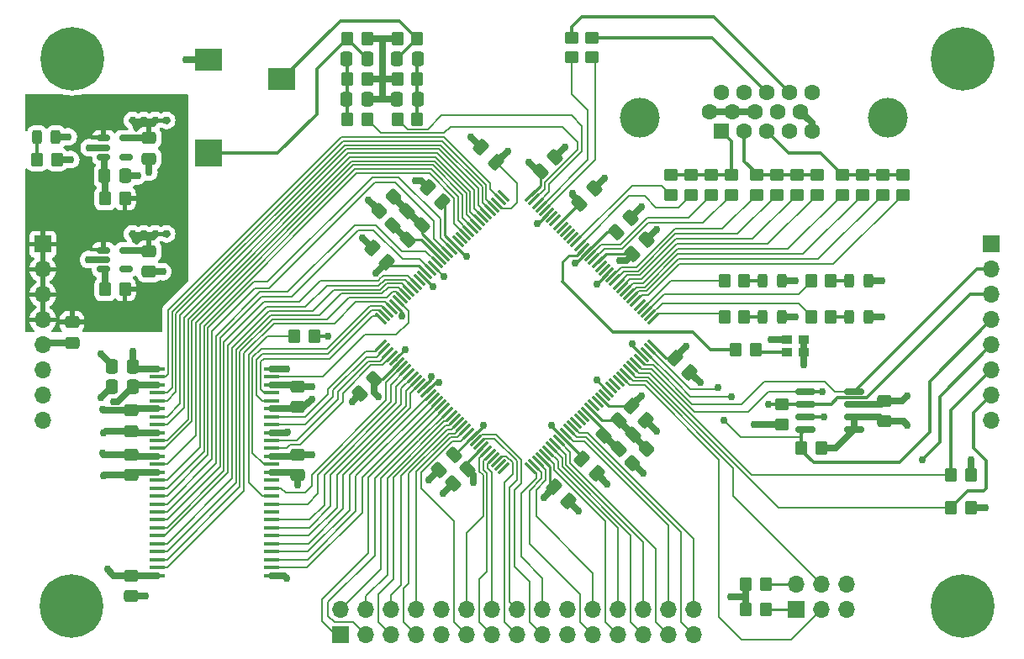
<source format=gbr>
%TF.GenerationSoftware,KiCad,Pcbnew,8.0.7*%
%TF.CreationDate,2025-01-22T16:06:57-05:00*%
%TF.ProjectId,vaudeo,76617564-656f-42e6-9b69-6361645f7063,rev?*%
%TF.SameCoordinates,Original*%
%TF.FileFunction,Copper,L1,Top*%
%TF.FilePolarity,Positive*%
%FSLAX46Y46*%
G04 Gerber Fmt 4.6, Leading zero omitted, Abs format (unit mm)*
G04 Created by KiCad (PCBNEW 8.0.7) date 2025-01-22 16:06:57*
%MOMM*%
%LPD*%
G01*
G04 APERTURE LIST*
G04 Aperture macros list*
%AMRoundRect*
0 Rectangle with rounded corners*
0 $1 Rounding radius*
0 $2 $3 $4 $5 $6 $7 $8 $9 X,Y pos of 4 corners*
0 Add a 4 corners polygon primitive as box body*
4,1,4,$2,$3,$4,$5,$6,$7,$8,$9,$2,$3,0*
0 Add four circle primitives for the rounded corners*
1,1,$1+$1,$2,$3*
1,1,$1+$1,$4,$5*
1,1,$1+$1,$6,$7*
1,1,$1+$1,$8,$9*
0 Add four rect primitives between the rounded corners*
20,1,$1+$1,$2,$3,$4,$5,0*
20,1,$1+$1,$4,$5,$6,$7,0*
20,1,$1+$1,$6,$7,$8,$9,0*
20,1,$1+$1,$8,$9,$2,$3,0*%
G04 Aperture macros list end*
%TA.AperFunction,SMDPad,CuDef*%
%ADD10RoundRect,0.250000X0.350000X0.450000X-0.350000X0.450000X-0.350000X-0.450000X0.350000X-0.450000X0*%
%TD*%
%TA.AperFunction,SMDPad,CuDef*%
%ADD11RoundRect,0.250000X0.574524X0.097227X0.097227X0.574524X-0.574524X-0.097227X-0.097227X-0.574524X0*%
%TD*%
%TA.AperFunction,SMDPad,CuDef*%
%ADD12RoundRect,0.250000X0.450000X-0.350000X0.450000X0.350000X-0.450000X0.350000X-0.450000X-0.350000X0*%
%TD*%
%TA.AperFunction,SMDPad,CuDef*%
%ADD13RoundRect,0.250000X0.070711X-0.565685X0.565685X-0.070711X-0.070711X0.565685X-0.565685X0.070711X0*%
%TD*%
%TA.AperFunction,SMDPad,CuDef*%
%ADD14RoundRect,0.250000X-0.475000X0.337500X-0.475000X-0.337500X0.475000X-0.337500X0.475000X0.337500X0*%
%TD*%
%TA.AperFunction,SMDPad,CuDef*%
%ADD15RoundRect,0.243750X-0.243750X-0.456250X0.243750X-0.456250X0.243750X0.456250X-0.243750X0.456250X0*%
%TD*%
%TA.AperFunction,ComponentPad*%
%ADD16R,1.700000X1.700000*%
%TD*%
%TA.AperFunction,ComponentPad*%
%ADD17O,1.700000X1.700000*%
%TD*%
%TA.AperFunction,ComponentPad*%
%ADD18C,0.800000*%
%TD*%
%TA.AperFunction,ComponentPad*%
%ADD19C,6.400000*%
%TD*%
%TA.AperFunction,SMDPad,CuDef*%
%ADD20RoundRect,0.250000X-0.450000X0.350000X-0.450000X-0.350000X0.450000X-0.350000X0.450000X0.350000X0*%
%TD*%
%TA.AperFunction,SMDPad,CuDef*%
%ADD21RoundRect,0.250000X-0.350000X-0.450000X0.350000X-0.450000X0.350000X0.450000X-0.350000X0.450000X0*%
%TD*%
%TA.AperFunction,SMDPad,CuDef*%
%ADD22RoundRect,0.250000X-0.097227X0.574524X-0.574524X0.097227X0.097227X-0.574524X0.574524X-0.097227X0*%
%TD*%
%TA.AperFunction,SMDPad,CuDef*%
%ADD23RoundRect,0.250000X0.475000X-0.337500X0.475000X0.337500X-0.475000X0.337500X-0.475000X-0.337500X0*%
%TD*%
%TA.AperFunction,SMDPad,CuDef*%
%ADD24R,1.510000X0.458000*%
%TD*%
%TA.AperFunction,SMDPad,CuDef*%
%ADD25RoundRect,0.250000X-0.574524X-0.097227X-0.097227X-0.574524X0.574524X0.097227X0.097227X0.574524X0*%
%TD*%
%TA.AperFunction,SMDPad,CuDef*%
%ADD26RoundRect,0.150000X-0.825000X-0.150000X0.825000X-0.150000X0.825000X0.150000X-0.825000X0.150000X0*%
%TD*%
%TA.AperFunction,SMDPad,CuDef*%
%ADD27RoundRect,0.150000X-0.512500X-0.150000X0.512500X-0.150000X0.512500X0.150000X-0.512500X0.150000X0*%
%TD*%
%TA.AperFunction,SMDPad,CuDef*%
%ADD28RoundRect,0.250000X0.097227X-0.574524X0.574524X-0.097227X-0.097227X0.574524X-0.574524X0.097227X0*%
%TD*%
%TA.AperFunction,SMDPad,CuDef*%
%ADD29RoundRect,0.250000X-0.337500X-0.475000X0.337500X-0.475000X0.337500X0.475000X-0.337500X0.475000X0*%
%TD*%
%TA.AperFunction,ComponentPad*%
%ADD30C,4.000000*%
%TD*%
%TA.AperFunction,ComponentPad*%
%ADD31R,1.600000X1.600000*%
%TD*%
%TA.AperFunction,ComponentPad*%
%ADD32C,1.600000*%
%TD*%
%TA.AperFunction,SMDPad,CuDef*%
%ADD33RoundRect,0.250000X0.337500X0.475000X-0.337500X0.475000X-0.337500X-0.475000X0.337500X-0.475000X0*%
%TD*%
%TA.AperFunction,SMDPad,CuDef*%
%ADD34R,1.100000X0.900000*%
%TD*%
%TA.AperFunction,SMDPad,CuDef*%
%ADD35RoundRect,0.075000X-0.415425X-0.521491X0.521491X0.415425X0.415425X0.521491X-0.521491X-0.415425X0*%
%TD*%
%TA.AperFunction,SMDPad,CuDef*%
%ADD36RoundRect,0.075000X0.415425X-0.521491X0.521491X-0.415425X-0.415425X0.521491X-0.521491X0.415425X0*%
%TD*%
%TA.AperFunction,SMDPad,CuDef*%
%ADD37R,2.800000X2.200000*%
%TD*%
%TA.AperFunction,SMDPad,CuDef*%
%ADD38R,2.800000X2.800000*%
%TD*%
%TA.AperFunction,ViaPad*%
%ADD39C,0.762000*%
%TD*%
%TA.AperFunction,Conductor*%
%ADD40C,0.254000*%
%TD*%
%TA.AperFunction,Conductor*%
%ADD41C,0.635000*%
%TD*%
%TA.AperFunction,Conductor*%
%ADD42C,0.203200*%
%TD*%
%TA.AperFunction,Conductor*%
%ADD43C,0.304800*%
%TD*%
%TA.AperFunction,Conductor*%
%ADD44C,0.250000*%
%TD*%
G04 APERTURE END LIST*
D10*
%TO.P,R18,1*%
%TO.N,FPGA_AUDIO_L*%
X163560000Y-72771000D03*
%TO.P,R18,2*%
%TO.N,/Audio/AUDIO_L_MID*%
X161560000Y-72771000D03*
%TD*%
D11*
%TO.P,C13,1*%
%TO.N,+3V3*%
X171167623Y-81124623D03*
%TO.P,C13,2*%
%TO.N,GND*%
X169700377Y-79657377D03*
%TD*%
%TO.P,C12,1*%
%TO.N,+3V3*%
X165579623Y-87220623D03*
%TO.P,C12,2*%
%TO.N,GND*%
X164112377Y-85753377D03*
%TD*%
D12*
%TO.P,R30,1*%
%TO.N,FPGA_VSYNC*%
X184166334Y-66548000D03*
%TO.P,R30,2*%
%TO.N,/Video/VGA_VSYNC*%
X184166334Y-64548000D03*
%TD*%
D13*
%TO.P,R9,1*%
%TO.N,+1V2*%
X190300893Y-107387107D03*
%TO.P,R9,2*%
%TO.N,/Power & Programming/VCCPLL0*%
X191715107Y-105972893D03*
%TD*%
D14*
%TO.P,C29,1*%
%TO.N,+3V3*%
X156591000Y-106531500D03*
%TO.P,C29,2*%
%TO.N,GND*%
X156591000Y-108606500D03*
%TD*%
D12*
%TO.P,R21,1*%
%TO.N,FPGA_RED3*%
X194123665Y-80391000D03*
%TO.P,R21,2*%
%TO.N,/Video/VGA_RED*%
X194123665Y-78391000D03*
%TD*%
D15*
%TO.P,D3,1,K*%
%TO.N,/LED2_R*%
X212152500Y-89027000D03*
%TO.P,D3,2,A*%
%TO.N,+3V3*%
X214027500Y-89027000D03*
%TD*%
D10*
%TO.P,R12,1*%
%TO.N,+3V3*%
X224393000Y-111887000D03*
%TO.P,R12,2*%
%TO.N,CDONE*%
X222393000Y-111887000D03*
%TD*%
D16*
%TO.P,J6,1,Pin_1*%
%TO.N,Net-(J6-Pin_1)*%
X206756000Y-122174000D03*
D17*
%TO.P,J6,2,Pin_2*%
%TO.N,Net-(J6-Pin_2)*%
X206756000Y-119634000D03*
%TO.P,J6,3,Pin_3*%
%TO.N,CBSEL0*%
X209296000Y-122174000D03*
%TO.P,J6,4,Pin_4*%
%TO.N,CBSEL1*%
X209296000Y-119634000D03*
%TO.P,J6,5,Pin_5*%
%TO.N,GND*%
X211836000Y-122174000D03*
%TO.P,J6,6,Pin_6*%
X211836000Y-119634000D03*
%TD*%
D18*
%TO.P,H1,1,1*%
%TO.N,GND*%
X131458000Y-66675000D03*
X132160944Y-64977944D03*
X132160944Y-68372056D03*
X133858000Y-64275000D03*
D19*
X133858000Y-66675000D03*
D18*
X133858000Y-69075000D03*
X135555056Y-64977944D03*
X135555056Y-68372056D03*
X136258000Y-66675000D03*
%TD*%
D20*
%TO.P,R37,1*%
%TO.N,SCK*%
X205359000Y-101489000D03*
%TO.P,R37,2*%
%TO.N,+3V3*%
X205359000Y-103489000D03*
%TD*%
D21*
%TO.P,R17,1*%
%TO.N,GND*%
X166624000Y-64643000D03*
%TO.P,R17,2*%
%TO.N,/Audio/AUDIO_R*%
X168624000Y-64643000D03*
%TD*%
D22*
%TO.P,C10,1*%
%TO.N,+3V3*%
X164309623Y-98961377D03*
%TO.P,C10,2*%
%TO.N,GND*%
X162842377Y-100428623D03*
%TD*%
D13*
%TO.P,R10,1*%
%TO.N,+1V2*%
X164773893Y-81987107D03*
%TO.P,R10,2*%
%TO.N,/Power & Programming/VCCPLL1*%
X166188107Y-80572893D03*
%TD*%
D22*
%TO.P,C20,1*%
%TO.N,/Power & Programming/VCCPLL1*%
X169135623Y-83467377D03*
%TO.P,C20,2*%
%TO.N,/Power & Programming/GNDPLL1*%
X167668377Y-84934623D03*
%TD*%
D21*
%TO.P,R5,1*%
%TO.N,/LED3*%
X208272000Y-92710000D03*
%TO.P,R5,2*%
%TO.N,/LED3_R*%
X210272000Y-92710000D03*
%TD*%
%TO.P,R2,1*%
%TO.N,/LED0*%
X199560250Y-89027000D03*
%TO.P,R2,2*%
%TO.N,/LED0_R*%
X201560250Y-89027000D03*
%TD*%
D22*
%TO.P,C23,1*%
%TO.N,/Power & Programming/VCCPLL0*%
X188887058Y-103141677D03*
%TO.P,C23,2*%
%TO.N,/Power & Programming/GNDPLL0*%
X187419812Y-104608923D03*
%TD*%
D23*
%TO.P,C5,1*%
%TO.N,+3V3*%
X215662000Y-103221500D03*
%TO.P,C5,2*%
%TO.N,GND*%
X215662000Y-101146500D03*
%TD*%
D14*
%TO.P,C16,1*%
%TO.N,+1V2*%
X141605000Y-86063000D03*
%TO.P,C16,2*%
%TO.N,GND*%
X141605000Y-88138000D03*
%TD*%
D12*
%TO.P,R32,1*%
%TO.N,FPGA_BLU2*%
X213427665Y-80391000D03*
%TO.P,R32,2*%
%TO.N,/Video/VGA_BLU*%
X213427665Y-78391000D03*
%TD*%
D24*
%TO.P,U5,1,VDD*%
%TO.N,+3V3*%
X142459000Y-97931000D03*
%TO.P,U5,2,DQ0*%
%TO.N,SDRAM_DQ0*%
X142459000Y-98731000D03*
%TO.P,U5,3,VDDQ*%
%TO.N,+3V3*%
X142459000Y-99531000D03*
%TO.P,U5,4,DQ1*%
%TO.N,SDRAM_DQ1*%
X142459000Y-100331000D03*
%TO.P,U5,5,DQ2*%
%TO.N,SDRAM_DQ2*%
X142459000Y-101131000D03*
%TO.P,U5,6,GNDQ*%
%TO.N,GND*%
X142459000Y-101931000D03*
%TO.P,U5,7,DQ3*%
%TO.N,SDRAM_DQ3*%
X142459000Y-102731000D03*
%TO.P,U5,8,DQ4*%
%TO.N,SDRAM_DQ4*%
X142459000Y-103531000D03*
%TO.P,U5,9,VDDQ*%
%TO.N,+3V3*%
X142459000Y-104331000D03*
%TO.P,U5,10,DQ5*%
%TO.N,SDRAM_DQ5*%
X142459000Y-105131000D03*
%TO.P,U5,11,DQ6*%
%TO.N,SDRAM_DQ6*%
X142459000Y-105931000D03*
%TO.P,U5,12,GNDQ*%
%TO.N,GND*%
X142459000Y-106731000D03*
%TO.P,U5,13,DQ7*%
%TO.N,SDRAM_DQ7*%
X142459000Y-107531000D03*
%TO.P,U5,14,VDD*%
%TO.N,+3V3*%
X142459000Y-108331000D03*
%TO.P,U5,15,LDQM*%
%TO.N,SDRAM_LDQM*%
X142459000Y-109131000D03*
%TO.P,U5,16,~{WE}*%
%TO.N,~{SDRAM_WE}*%
X142459000Y-109931000D03*
%TO.P,U5,17,~{CAS}*%
%TO.N,~{SDRAM_CAS}*%
X142459000Y-110731000D03*
%TO.P,U5,18,~{RAS}*%
%TO.N,~{SDRAM_RAS}*%
X142459000Y-111531000D03*
%TO.P,U5,19,~{CS}*%
%TO.N,~{SDRAM_CS}*%
X142459000Y-112331000D03*
%TO.P,U5,20,BA0*%
%TO.N,SDRAM_BA0*%
X142459000Y-113131000D03*
%TO.P,U5,21,BA1*%
%TO.N,SDRAM_BA1*%
X142459000Y-113931000D03*
%TO.P,U5,22,A10*%
%TO.N,SDRAM_A10*%
X142459000Y-114731000D03*
%TO.P,U5,23,A0*%
%TO.N,SDRAM_A0*%
X142459000Y-115531000D03*
%TO.P,U5,24,A1*%
%TO.N,SDRAM_A1*%
X142459000Y-116331000D03*
%TO.P,U5,25,A2*%
%TO.N,SDRAM_A2*%
X142459000Y-117131000D03*
%TO.P,U5,26,A3*%
%TO.N,SDRAM_A3*%
X142459000Y-117931000D03*
%TO.P,U5,27,VDD*%
%TO.N,+3V3*%
X142459000Y-118731000D03*
%TO.P,U5,28,GND*%
%TO.N,GND*%
X153959000Y-118731000D03*
%TO.P,U5,29,A4*%
%TO.N,SDRAM_A4*%
X153959000Y-117931000D03*
%TO.P,U5,30,A5*%
%TO.N,SDRAM_A5*%
X153959000Y-117131000D03*
%TO.P,U5,31,A6*%
%TO.N,SDRAM_A6*%
X153959000Y-116331000D03*
%TO.P,U5,32,A7*%
%TO.N,SDRAM_A7*%
X153959000Y-115531000D03*
%TO.P,U5,33,A8*%
%TO.N,SDRAM_A8*%
X153959000Y-114731000D03*
%TO.P,U5,34,A9*%
%TO.N,SDRAM_A9*%
X153959000Y-113931000D03*
%TO.P,U5,35,A11*%
%TO.N,SDRAM_A11*%
X153959000Y-113131000D03*
%TO.P,U5,36,NC*%
%TO.N,unconnected-(U5-NC-Pad36)*%
X153959000Y-112331000D03*
%TO.P,U5,37,CKE*%
%TO.N,SDRAM_CKE*%
X153959000Y-111531000D03*
%TO.P,U5,38,CLK*%
%TO.N,/SDRAM/SDRAM_CLK_POST_RESISTOR*%
X153959000Y-110731000D03*
%TO.P,U5,39,UDQM*%
%TO.N,SDRAM_UDQM*%
X153959000Y-109931000D03*
%TO.P,U5,40,NC*%
%TO.N,unconnected-(U5-NC-Pad40)*%
X153959000Y-109131000D03*
%TO.P,U5,41,GND*%
%TO.N,GND*%
X153959000Y-108331000D03*
%TO.P,U5,42,DQ8*%
%TO.N,SDRAM_DQ8*%
X153959000Y-107531000D03*
%TO.P,U5,43,VDDQ*%
%TO.N,+3V3*%
X153959000Y-106731000D03*
%TO.P,U5,44,DQ9*%
%TO.N,SDRAM_DQ9*%
X153959000Y-105931000D03*
%TO.P,U5,45,DQ10*%
%TO.N,SDRAM_DQ10*%
X153959000Y-105131000D03*
%TO.P,U5,46,GNDQ*%
%TO.N,GND*%
X153959000Y-104331000D03*
%TO.P,U5,47,DQ11*%
%TO.N,SDRAM_DQ11*%
X153959000Y-103531000D03*
%TO.P,U5,48,DQ12*%
%TO.N,SDRAM_DQ12*%
X153959000Y-102731000D03*
%TO.P,U5,49,VDDQ*%
%TO.N,+3V3*%
X153959000Y-101931000D03*
%TO.P,U5,50,DQ13*%
%TO.N,SDRAM_DQ13*%
X153959000Y-101131000D03*
%TO.P,U5,51,DQ14*%
%TO.N,SDRAM_DQ14*%
X153959000Y-100331000D03*
%TO.P,U5,52,GNDQ*%
%TO.N,GND*%
X153959000Y-99531000D03*
%TO.P,U5,53,DQ15*%
%TO.N,SDRAM_DQ15*%
X153959000Y-98731000D03*
%TO.P,U5,54,GND*%
%TO.N,GND*%
X153959000Y-97931000D03*
%TD*%
D25*
%TO.P,C3,1*%
%TO.N,+1V2*%
X182400377Y-109756377D03*
%TO.P,C3,2*%
%TO.N,GND*%
X183867623Y-111223623D03*
%TD*%
D26*
%TO.P,U2,1,SI*%
%TO.N,SDI*%
X207710000Y-100203000D03*
%TO.P,U2,2,SCK*%
%TO.N,SCK*%
X207710000Y-101473000D03*
%TO.P,U2,3,~{RESET}*%
%TO.N,~{FLASH_RESET}*%
X207710000Y-102743000D03*
%TO.P,U2,4,~{CS}*%
%TO.N,~{FLASH_SEL}*%
X207710000Y-104013000D03*
%TO.P,U2,5,~{WP}*%
%TO.N,+3V3*%
X212660000Y-104013000D03*
%TO.P,U2,6,VCC*%
X212660000Y-102743000D03*
%TO.P,U2,7,GND*%
%TO.N,GND*%
X212660000Y-101473000D03*
%TO.P,U2,8,SO*%
%TO.N,SDO*%
X212660000Y-100203000D03*
%TD*%
D18*
%TO.P,H4,1,1*%
%TO.N,GND*%
X131422269Y-121823926D03*
X132125213Y-120126870D03*
X132125213Y-123520982D03*
X133822269Y-119423926D03*
D19*
X133822269Y-121823926D03*
D18*
X133822269Y-124223926D03*
X135519325Y-120126870D03*
X135519325Y-123520982D03*
X136222269Y-121823926D03*
%TD*%
D12*
%TO.P,R22,1*%
%TO.N,FPGA_RED2*%
X196155665Y-80391000D03*
%TO.P,R22,2*%
%TO.N,/Video/VGA_RED*%
X196155665Y-78391000D03*
%TD*%
D27*
%TO.P,U4,1,VIN*%
%TO.N,+5V*%
X137044000Y-74681000D03*
%TO.P,U4,2,GND*%
%TO.N,GND*%
X137044000Y-75631000D03*
%TO.P,U4,3,EN*%
%TO.N,/Power & Programming/EN3V3*%
X137044000Y-76581000D03*
%TO.P,U4,4,NC*%
%TO.N,unconnected-(U4-NC-Pad4)*%
X139319000Y-76581000D03*
%TO.P,U4,5,VOUT*%
%TO.N,+3V3*%
X139319000Y-74681000D03*
%TD*%
D15*
%TO.P,D2,1,K*%
%TO.N,/LED1_R*%
X203432750Y-92710000D03*
%TO.P,D2,2,A*%
%TO.N,+3V3*%
X205307750Y-92710000D03*
%TD*%
D10*
%TO.P,R13,1*%
%TO.N,+3V3*%
X224393000Y-108585000D03*
%TO.P,R13,2*%
%TO.N,~{CRESET}*%
X222393000Y-108585000D03*
%TD*%
D12*
%TO.P,R23,1*%
%TO.N,FPGA_RED1*%
X198187665Y-80391000D03*
%TO.P,R23,2*%
%TO.N,/Video/VGA_RED*%
X198187665Y-78391000D03*
%TD*%
D28*
%TO.P,C15,1*%
%TO.N,+3V3*%
X184968754Y-81223246D03*
%TO.P,C15,2*%
%TO.N,GND*%
X186436000Y-79756000D03*
%TD*%
D29*
%TO.P,C33,1*%
%TO.N,/Audio/AUDIO_L_MID*%
X161501000Y-66675000D03*
%TO.P,C33,2*%
%TO.N,/Audio/AUDIO_L*%
X163576000Y-66675000D03*
%TD*%
D12*
%TO.P,R27,1*%
%TO.N,FPGA_GRN1*%
X206823665Y-80391000D03*
%TO.P,R27,2*%
%TO.N,/Video/VGA_GRN*%
X206823665Y-78391000D03*
%TD*%
D15*
%TO.P,D1,1,K*%
%TO.N,/LED0_R*%
X203432750Y-89027000D03*
%TO.P,D1,2,A*%
%TO.N,+3V3*%
X205307750Y-89027000D03*
%TD*%
D10*
%TO.P,R14,1*%
%TO.N,SDRAM_CLK*%
X158226000Y-94615000D03*
%TO.P,R14,2*%
%TO.N,/SDRAM/SDRAM_CLK_POST_RESISTOR*%
X156226000Y-94615000D03*
%TD*%
%TO.P,R20,1*%
%TO.N,GND*%
X163560000Y-64643000D03*
%TO.P,R20,2*%
%TO.N,/Audio/AUDIO_L*%
X161560000Y-64643000D03*
%TD*%
D21*
%TO.P,R15,1*%
%TO.N,FPGA_AUDIO_R*%
X166624000Y-72771000D03*
%TO.P,R15,2*%
%TO.N,/Audio/AUDIO_R_MID*%
X168624000Y-72771000D03*
%TD*%
D25*
%TO.P,C11,1*%
%TO.N,+3V3*%
X190175754Y-101656754D03*
%TO.P,C11,2*%
%TO.N,GND*%
X191643000Y-103124000D03*
%TD*%
D28*
%TO.P,C14,1*%
%TO.N,+3V3*%
X181031754Y-78048246D03*
%TO.P,C14,2*%
%TO.N,GND*%
X182499000Y-76581000D03*
%TD*%
D29*
%TO.P,C34,1*%
%TO.N,/Audio/AUDIO_L_MID*%
X161522500Y-70739000D03*
%TO.P,C34,2*%
%TO.N,GND*%
X163597500Y-70739000D03*
%TD*%
D10*
%TO.P,R6,1*%
%TO.N,+3V3*%
X209329000Y-105918000D03*
%TO.P,R6,2*%
%TO.N,~{FLASH_SEL}*%
X207329000Y-105918000D03*
%TD*%
D12*
%TO.P,R24,1*%
%TO.N,FPGA_RED0*%
X200219665Y-80375000D03*
%TO.P,R24,2*%
%TO.N,/Video/VGA_RED*%
X200219665Y-78375000D03*
%TD*%
D25*
%TO.P,C8,1*%
%TO.N,+3V3*%
X185222754Y-106990754D03*
%TO.P,C8,2*%
%TO.N,GND*%
X186690000Y-108458000D03*
%TD*%
D16*
%TO.P,J3,1,Pin_1*%
%TO.N,SDI*%
X226441000Y-85359000D03*
D17*
%TO.P,J3,2,Pin_2*%
%TO.N,SDO*%
X226441000Y-87899000D03*
%TO.P,J3,3,Pin_3*%
%TO.N,SCK*%
X226441000Y-90439000D03*
%TO.P,J3,4,Pin_4*%
%TO.N,~{FLASH_SEL}*%
X226441000Y-92979000D03*
%TO.P,J3,5,Pin_5*%
%TO.N,~{FLASH_RESET}*%
X226441000Y-95519000D03*
%TO.P,J3,6,Pin_6*%
%TO.N,~{CRESET}*%
X226441000Y-98059000D03*
%TO.P,J3,7,Pin_7*%
%TO.N,CDONE*%
X226441000Y-100599000D03*
%TO.P,J3,8,Pin_8*%
%TO.N,GND*%
X226441000Y-103139000D03*
%TD*%
D10*
%TO.P,R19,1*%
%TO.N,GND*%
X163560000Y-68707000D03*
%TO.P,R19,2*%
%TO.N,/Audio/AUDIO_L_MID*%
X161560000Y-68707000D03*
%TD*%
D22*
%TO.P,C2,1*%
%TO.N,+1V2*%
X172282246Y-106609754D03*
%TO.P,C2,2*%
%TO.N,GND*%
X170815000Y-108077000D03*
%TD*%
D21*
%TO.P,R36,1*%
%TO.N,+3V3*%
X201708000Y-119634000D03*
%TO.P,R36,2*%
%TO.N,Net-(J6-Pin_2)*%
X203708000Y-119634000D03*
%TD*%
D12*
%TO.P,R34,1*%
%TO.N,FPGA_BLU0*%
X217491665Y-80391000D03*
%TO.P,R34,2*%
%TO.N,/Video/VGA_BLU*%
X217491665Y-78391000D03*
%TD*%
D15*
%TO.P,D4,1,K*%
%TO.N,/LED3_R*%
X212152500Y-92710000D03*
%TO.P,D4,2,A*%
%TO.N,+3V3*%
X214027500Y-92710000D03*
%TD*%
D27*
%TO.P,U3,1,VIN*%
%TO.N,+5V*%
X137033000Y-85979000D03*
%TO.P,U3,2,GND*%
%TO.N,GND*%
X137033000Y-86929000D03*
%TO.P,U3,3,EN*%
%TO.N,/Power & Programming/EN1V2*%
X137033000Y-87879000D03*
%TO.P,U3,4,NC*%
%TO.N,unconnected-(U3-NC-Pad4)*%
X139308000Y-87879000D03*
%TO.P,U3,5,VOUT*%
%TO.N,+1V2*%
X139308000Y-85979000D03*
%TD*%
D12*
%TO.P,R33,1*%
%TO.N,FPGA_BLU1*%
X215459665Y-80391000D03*
%TO.P,R33,2*%
%TO.N,/Video/VGA_BLU*%
X215459665Y-78391000D03*
%TD*%
D23*
%TO.P,C30,1*%
%TO.N,+3V3*%
X156591000Y-101748500D03*
%TO.P,C30,2*%
%TO.N,GND*%
X156591000Y-99673500D03*
%TD*%
D12*
%TO.P,R28,1*%
%TO.N,FPGA_GRN0*%
X208855665Y-80391000D03*
%TO.P,R28,2*%
%TO.N,/Video/VGA_GRN*%
X208855665Y-78391000D03*
%TD*%
D22*
%TO.P,C21,1*%
%TO.N,/Power & Programming/VCCPLL1*%
X167616840Y-81998459D03*
%TO.P,C21,2*%
%TO.N,/Power & Programming/GNDPLL1*%
X166149594Y-83465705D03*
%TD*%
D28*
%TO.P,C4,1*%
%TO.N,+1V2*%
X188623377Y-84172623D03*
%TO.P,C4,2*%
%TO.N,GND*%
X190090623Y-82705377D03*
%TD*%
D30*
%TO.P,J2,0*%
%TO.N,GND*%
X216021665Y-72579331D03*
X191021665Y-72579331D03*
D31*
%TO.P,J2,1*%
%TO.N,/Video/VGA_RED*%
X199206665Y-73999331D03*
D32*
%TO.P,J2,2*%
%TO.N,/Video/VGA_GRN*%
X201496665Y-73999331D03*
%TO.P,J2,3*%
%TO.N,/Video/VGA_BLU*%
X203786665Y-73999331D03*
%TO.P,J2,4*%
%TO.N,unconnected-(J2-Pad4)*%
X206076665Y-73999331D03*
%TO.P,J2,5*%
%TO.N,GND*%
X208366665Y-73999331D03*
%TO.P,J2,6*%
X198061665Y-72019331D03*
%TO.P,J2,7*%
X200351665Y-72019331D03*
%TO.P,J2,8*%
X202641665Y-72019331D03*
%TO.P,J2,9*%
%TO.N,unconnected-(J2-Pad9)*%
X204931665Y-72019331D03*
%TO.P,J2,10*%
%TO.N,GND*%
X207221665Y-72019331D03*
%TO.P,J2,11*%
%TO.N,unconnected-(J2-Pad11)*%
X199206665Y-70039331D03*
%TO.P,J2,12*%
%TO.N,unconnected-(J2-Pad12)*%
X201496665Y-70039331D03*
%TO.P,J2,13*%
%TO.N,/Video/VGA_HSYNC*%
X203786665Y-70039331D03*
%TO.P,J2,14*%
%TO.N,/Video/VGA_VSYNC*%
X206076665Y-70039331D03*
%TO.P,J2,15*%
%TO.N,unconnected-(J2-Pad15)*%
X208366665Y-70039331D03*
%TD*%
D12*
%TO.P,R25,1*%
%TO.N,FPGA_GRN3*%
X202759665Y-80375000D03*
%TO.P,R25,2*%
%TO.N,/Video/VGA_GRN*%
X202759665Y-78375000D03*
%TD*%
D14*
%TO.P,C24,1*%
%TO.N,+3V3*%
X139827000Y-118723500D03*
%TO.P,C24,2*%
%TO.N,GND*%
X139827000Y-120798500D03*
%TD*%
D11*
%TO.P,C1,1*%
%TO.N,+1V2*%
X176530000Y-77089000D03*
%TO.P,C1,2*%
%TO.N,GND*%
X175062754Y-75621754D03*
%TD*%
D18*
%TO.P,H3,1,1*%
%TO.N,GND*%
X221120000Y-121793000D03*
X221822944Y-120095944D03*
X221822944Y-123490056D03*
X223520000Y-119393000D03*
D19*
X223520000Y-121793000D03*
D18*
X223520000Y-124193000D03*
X225217056Y-120095944D03*
X225217056Y-123490056D03*
X225920000Y-121793000D03*
%TD*%
D16*
%TO.P,J4,1,Pin_1*%
%TO.N,+5V*%
X130937000Y-85359000D03*
D17*
%TO.P,J4,2,Pin_2*%
X130937000Y-87899000D03*
%TO.P,J4,3,Pin_3*%
X130937000Y-90439000D03*
%TO.P,J4,4,Pin_4*%
X130937000Y-92979000D03*
%TO.P,J4,5,Pin_5*%
%TO.N,GND*%
X130937000Y-95519000D03*
%TO.P,J4,6,Pin_6*%
X130937000Y-98059000D03*
%TO.P,J4,7,Pin_7*%
X130937000Y-100599000D03*
%TO.P,J4,8,Pin_8*%
X130937000Y-103139000D03*
%TD*%
D33*
%TO.P,C31,1*%
%TO.N,/Audio/AUDIO_R_MID*%
X168661500Y-66675000D03*
%TO.P,C31,2*%
%TO.N,/Audio/AUDIO_R*%
X166586500Y-66675000D03*
%TD*%
D28*
%TO.P,C6,1*%
%TO.N,+3V3*%
X190274377Y-86331623D03*
%TO.P,C6,2*%
%TO.N,GND*%
X191741623Y-84864377D03*
%TD*%
D14*
%TO.P,C17,1*%
%TO.N,+3V3*%
X141605000Y-74654500D03*
%TO.P,C17,2*%
%TO.N,GND*%
X141605000Y-76729500D03*
%TD*%
D15*
%TO.P,D5,1,K*%
%TO.N,/Power & Programming/LED_PWR*%
X130350500Y-74594500D03*
%TO.P,D5,2,A*%
%TO.N,+3V3*%
X132225500Y-74594500D03*
%TD*%
D10*
%TO.P,R11,1*%
%TO.N,GND*%
X132318000Y-76835000D03*
%TO.P,R11,2*%
%TO.N,/Power & Programming/LED_PWR*%
X130318000Y-76835000D03*
%TD*%
D23*
%TO.P,C25,1*%
%TO.N,+3V3*%
X139827000Y-108606500D03*
%TO.P,C25,2*%
%TO.N,GND*%
X139827000Y-106531500D03*
%TD*%
D33*
%TO.P,C28,1*%
%TO.N,+3V3*%
X139975500Y-97663000D03*
%TO.P,C28,2*%
%TO.N,GND*%
X137900500Y-97663000D03*
%TD*%
D29*
%TO.P,C18,1*%
%TO.N,/Power & Programming/EN3V3*%
X137138500Y-78486000D03*
%TO.P,C18,2*%
%TO.N,GND*%
X139213500Y-78486000D03*
%TD*%
D10*
%TO.P,R35,1*%
%TO.N,Net-(J6-Pin_1)*%
X203692000Y-122174000D03*
%TO.P,R35,2*%
%TO.N,+3V3*%
X201692000Y-122174000D03*
%TD*%
D34*
%TO.P,X1,1,~{ST}*%
%TO.N,+3V3*%
X207518000Y-94966000D03*
%TO.P,X1,2,GND*%
%TO.N,GND*%
X205818000Y-94966000D03*
%TO.P,X1,3,OUT*%
%TO.N,/40MHz CLK*%
X205818000Y-96266000D03*
%TO.P,X1,4,Vcc*%
%TO.N,+3V3*%
X207518000Y-96266000D03*
%TD*%
D22*
%TO.P,C9,1*%
%TO.N,+3V3*%
X173679246Y-108006754D03*
%TO.P,C9,2*%
%TO.N,GND*%
X172212000Y-109474000D03*
%TD*%
D18*
%TO.P,H2,1,1*%
%TO.N,GND*%
X221120000Y-66675000D03*
X221822944Y-64977944D03*
X221822944Y-68372056D03*
X223520000Y-64275000D03*
D19*
X223520000Y-66675000D03*
D18*
X223520000Y-69075000D03*
X225217056Y-64977944D03*
X225217056Y-68372056D03*
X225920000Y-66675000D03*
%TD*%
D14*
%TO.P,C19,1*%
%TO.N,+5V*%
X133858000Y-93211500D03*
%TO.P,C19,2*%
%TO.N,GND*%
X133858000Y-95286500D03*
%TD*%
D33*
%TO.P,C27,1*%
%TO.N,+3V3*%
X139975500Y-99695000D03*
%TO.P,C27,2*%
%TO.N,GND*%
X137900500Y-99695000D03*
%TD*%
D21*
%TO.P,R16,1*%
%TO.N,GND*%
X166624000Y-68707000D03*
%TO.P,R16,2*%
%TO.N,/Audio/AUDIO_R_MID*%
X168624000Y-68707000D03*
%TD*%
D12*
%TO.P,R31,1*%
%TO.N,FPGA_BLU3*%
X211395665Y-80391000D03*
%TO.P,R31,2*%
%TO.N,/Video/VGA_BLU*%
X211395665Y-78391000D03*
%TD*%
%TO.P,R29,1*%
%TO.N,FPGA_HSYNC*%
X186198334Y-66548000D03*
%TO.P,R29,2*%
%TO.N,/Video/VGA_HSYNC*%
X186198334Y-64548000D03*
%TD*%
D10*
%TO.P,R8,1*%
%TO.N,+5V*%
X139176000Y-80772000D03*
%TO.P,R8,2*%
%TO.N,/Power & Programming/EN3V3*%
X137176000Y-80772000D03*
%TD*%
D22*
%TO.P,C22,1*%
%TO.N,/Power & Programming/VCCPLL0*%
X190344623Y-104549377D03*
%TO.P,C22,2*%
%TO.N,/Power & Programming/GNDPLL0*%
X188877377Y-106016623D03*
%TD*%
D16*
%TO.P,J5,1,Pin_1*%
%TO.N,DATA0*%
X160909000Y-124714000D03*
D17*
%TO.P,J5,2,Pin_2*%
%TO.N,CLK*%
X160909000Y-122174000D03*
%TO.P,J5,3,Pin_3*%
%TO.N,DATA1*%
X163449000Y-124714000D03*
%TO.P,J5,4,Pin_4*%
%TO.N,~{ENABLE}*%
X163449000Y-122174000D03*
%TO.P,J5,5,Pin_5*%
%TO.N,DATA2*%
X165989000Y-124714000D03*
%TO.P,J5,6,Pin_6*%
%TO.N,~{BYTE}{slash}WORD*%
X165989000Y-122174000D03*
%TO.P,J5,7,Pin_7*%
%TO.N,DATA3*%
X168529000Y-124714000D03*
%TO.P,J5,8,Pin_8*%
%TO.N,~{WRITE}{slash}READ*%
X168529000Y-122174000D03*
%TO.P,J5,9,Pin_9*%
%TO.N,GND*%
X171069000Y-124714000D03*
%TO.P,J5,10,Pin_10*%
X171069000Y-122174000D03*
%TO.P,J5,11,Pin_11*%
%TO.N,DATA4*%
X173609000Y-124714000D03*
%TO.P,J5,12,Pin_12*%
%TO.N,ADDR0*%
X173609000Y-122174000D03*
%TO.P,J5,13,Pin_13*%
%TO.N,DATA5*%
X176149000Y-124714000D03*
%TO.P,J5,14,Pin_14*%
%TO.N,ADDR1*%
X176149000Y-122174000D03*
%TO.P,J5,15,Pin_15*%
%TO.N,DATA6*%
X178689000Y-124714000D03*
%TO.P,J5,16,Pin_16*%
%TO.N,ADDR2*%
X178689000Y-122174000D03*
%TO.P,J5,17,Pin_17*%
%TO.N,DATA7*%
X181229000Y-124714000D03*
%TO.P,J5,18,Pin_18*%
%TO.N,ADDR3*%
X181229000Y-122174000D03*
%TO.P,J5,19,Pin_19*%
%TO.N,GND*%
X183769000Y-124714000D03*
%TO.P,J5,20,Pin_20*%
X183769000Y-122174000D03*
%TO.P,J5,21,Pin_21*%
%TO.N,DATA8*%
X186309000Y-124714000D03*
%TO.P,J5,22,Pin_22*%
%TO.N,ADDR4*%
X186309000Y-122174000D03*
%TO.P,J5,23,Pin_23*%
%TO.N,DATA9*%
X188849000Y-124714000D03*
%TO.P,J5,24,Pin_24*%
%TO.N,ADDR5*%
X188849000Y-122174000D03*
%TO.P,J5,25,Pin_25*%
%TO.N,DATA10*%
X191389000Y-124714000D03*
%TO.P,J5,26,Pin_26*%
%TO.N,DATA15*%
X191389000Y-122174000D03*
%TO.P,J5,27,Pin_27*%
%TO.N,DATA11*%
X193929000Y-124714000D03*
%TO.P,J5,28,Pin_28*%
%TO.N,DATA14*%
X193929000Y-122174000D03*
%TO.P,J5,29,Pin_29*%
%TO.N,DATA12*%
X196469000Y-124714000D03*
%TO.P,J5,30,Pin_30*%
%TO.N,DATA13*%
X196469000Y-122174000D03*
%TD*%
D33*
%TO.P,C32,1*%
%TO.N,/Audio/AUDIO_R_MID*%
X168661500Y-70739000D03*
%TO.P,C32,2*%
%TO.N,GND*%
X166586500Y-70739000D03*
%TD*%
D10*
%TO.P,R7,1*%
%TO.N,+5V*%
X139176000Y-89916000D03*
%TO.P,R7,2*%
%TO.N,/Power & Programming/EN1V2*%
X137176000Y-89916000D03*
%TD*%
D21*
%TO.P,R3,1*%
%TO.N,/LED1*%
X199560250Y-92710000D03*
%TO.P,R3,2*%
%TO.N,/LED1_R*%
X201560250Y-92710000D03*
%TD*%
D25*
%TO.P,C7,1*%
%TO.N,+3V3*%
X194592377Y-96802377D03*
%TO.P,C7,2*%
%TO.N,GND*%
X196059623Y-98269623D03*
%TD*%
D12*
%TO.P,R26,1*%
%TO.N,FPGA_GRN2*%
X204791665Y-80391000D03*
%TO.P,R26,2*%
%TO.N,/Video/VGA_GRN*%
X204791665Y-78391000D03*
%TD*%
D23*
%TO.P,C26,1*%
%TO.N,+3V3*%
X139827000Y-104183000D03*
%TO.P,C26,2*%
%TO.N,GND*%
X139827000Y-102108000D03*
%TD*%
D10*
%TO.P,R1,1*%
%TO.N,/40MHz CLK*%
X202692000Y-96012000D03*
%TO.P,R1,2*%
%TO.N,FPGA_VGA_CLK*%
X200692000Y-96012000D03*
%TD*%
D35*
%TO.P,U1,1,IOL_2A*%
%TO.N,SDRAM_DQ12*%
X164962290Y-95586340D03*
%TO.P,U1,2,IOL_2B*%
%TO.N,SDRAM_DQ11*%
X165315844Y-95939894D03*
%TO.P,U1,3,IOL_3A*%
%TO.N,SDRAM_DQ10*%
X165669397Y-96293447D03*
%TO.P,U1,4,IOL_3B*%
%TO.N,SDRAM_DQ9*%
X166022950Y-96647000D03*
%TO.P,U1,5,GND*%
%TO.N,GND*%
X166376504Y-97000554D03*
%TO.P,U1,6,VCCIO_3*%
%TO.N,+3V3*%
X166730057Y-97354107D03*
%TO.P,U1,7,IOL_4A*%
%TO.N,SDRAM_UDQM*%
X167083610Y-97707661D03*
%TO.P,U1,8,IOL_4B*%
%TO.N,SDRAM_CKE*%
X167437164Y-98061214D03*
%TO.P,U1,9,IOL_5A*%
%TO.N,SDRAM_A11*%
X167790717Y-98414767D03*
%TO.P,U1,10,IOL_5B*%
%TO.N,SDRAM_A9*%
X168144271Y-98768321D03*
%TO.P,U1,11,IOL_8A*%
%TO.N,SDRAM_A8*%
X168497824Y-99121874D03*
%TO.P,U1,12,IOL_8B*%
%TO.N,SDRAM_A7*%
X168851377Y-99475428D03*
%TO.P,U1,13,GND*%
%TO.N,GND*%
X169204931Y-99828981D03*
%TO.P,U1,14,GND*%
X169558484Y-100182534D03*
%TO.P,U1,15,IOL_10A*%
%TO.N,SDRAM_A6*%
X169912038Y-100536088D03*
%TO.P,U1,16,IOL_10B*%
%TO.N,SDRAM_A5*%
X170265591Y-100889641D03*
%TO.P,U1,17,IOL_12A*%
%TO.N,SDRAM_A4*%
X170619144Y-101243194D03*
%TO.P,U1,18,IOL_12B*%
%TO.N,DATA0*%
X170972698Y-101596748D03*
%TO.P,U1,19,IOL_13A*%
%TO.N,DATA1*%
X171326251Y-101950302D03*
%TO.P,U1,20,IOL_13B_GBIN7*%
%TO.N,CLK*%
X171679805Y-102303856D03*
%TO.P,U1,21,IOL_14A_GBIN6*%
%TO.N,~{ENABLE}*%
X172033358Y-102657409D03*
%TO.P,U1,22,IOL_14B*%
%TO.N,DATA2*%
X172386911Y-103010962D03*
%TO.P,U1,23,IOL_17A*%
%TO.N,~{BYTE}{slash}WORD*%
X172740465Y-103364516D03*
%TO.P,U1,24,IOL_17B*%
%TO.N,DATA3*%
X173094018Y-103718069D03*
%TO.P,U1,25,IOL_18A*%
%TO.N,~{WRITE}{slash}READ*%
X173447571Y-104071623D03*
%TO.P,U1,26,IOL_18B*%
%TO.N,DATA4*%
X173801125Y-104425176D03*
%TO.P,U1,27,VCC*%
%TO.N,+1V2*%
X174154678Y-104778729D03*
%TO.P,U1,28,IOL_23A*%
%TO.N,DATA7*%
X174508232Y-105132283D03*
%TO.P,U1,29,IOL_23B*%
%TO.N,ADDR2*%
X174861785Y-105485836D03*
%TO.P,U1,30,VCCIO_3*%
%TO.N,+3V3*%
X175215338Y-105839390D03*
%TO.P,U1,31,IOL_24A*%
%TO.N,ADDR0*%
X175568892Y-106192943D03*
%TO.P,U1,32,IOL_24B*%
%TO.N,DATA5*%
X175922445Y-106546496D03*
%TO.P,U1,33,IOL_25A*%
%TO.N,ADDR1*%
X176275999Y-106900050D03*
%TO.P,U1,34,IOL_25B*%
%TO.N,DATA6*%
X176629552Y-107253603D03*
%TO.P,U1,35,NC*%
%TO.N,unconnected-(U1E-NC-Pad35)*%
X176983105Y-107607156D03*
%TO.P,U1,36,NC*%
%TO.N,unconnected-(U1E-NC-Pad36)*%
X177336659Y-107960710D03*
D36*
%TO.P,U1,37,IOB_56*%
%TO.N,ADDR3*%
X180041340Y-107960710D03*
%TO.P,U1,38,IOB_57*%
%TO.N,DATA8*%
X180394894Y-107607156D03*
%TO.P,U1,39,IOB_61*%
%TO.N,ADDR4*%
X180748447Y-107253603D03*
%TO.P,U1,40,VCC*%
%TO.N,+1V2*%
X181102000Y-106900050D03*
%TO.P,U1,41,IOB_63*%
%TO.N,DATA9*%
X181455554Y-106546496D03*
%TO.P,U1,42,IOB_64*%
%TO.N,ADDR5*%
X181809107Y-106192943D03*
%TO.P,U1,43,IOB_71*%
%TO.N,DATA10*%
X182162661Y-105839390D03*
%TO.P,U1,44,IOB_72*%
%TO.N,DATA15*%
X182516214Y-105485836D03*
%TO.P,U1,45,IOB_73*%
%TO.N,DATA11*%
X182869767Y-105132283D03*
%TO.P,U1,46,VCCIO_2*%
%TO.N,+3V3*%
X183223321Y-104778729D03*
%TO.P,U1,47,IOB_79*%
%TO.N,DATA14*%
X183576874Y-104425176D03*
%TO.P,U1,48,IOB_80*%
%TO.N,DATA12*%
X183930428Y-104071623D03*
%TO.P,U1,49,IOB_81_GBIN5*%
%TO.N,DATA13*%
X184283981Y-103718069D03*
%TO.P,U1,50,NC*%
%TO.N,unconnected-(U1E-NC-Pad50)*%
X184637534Y-103364516D03*
%TO.P,U1,51,NC*%
%TO.N,unconnected-(U1E-NC-Pad51)*%
X184991088Y-103010962D03*
%TO.P,U1,52,IOB_82_GBIN4*%
%TO.N,unconnected-(U1C-IOB_82_GBIN4-Pad52)*%
X185344641Y-102657409D03*
%TO.P,U1,53,GNDPLL0*%
%TO.N,/Power & Programming/GNDPLL0*%
X185698194Y-102303856D03*
%TO.P,U1,54,VCCPLL0*%
%TO.N,/Power & Programming/VCCPLL0*%
X186051748Y-101950302D03*
%TO.P,U1,55,IOB_91*%
%TO.N,unconnected-(U1C-IOB_91-Pad55)*%
X186405302Y-101596749D03*
%TO.P,U1,56,IOB_94*%
%TO.N,unconnected-(U1C-IOB_94-Pad56)*%
X186758856Y-101243195D03*
%TO.P,U1,57,VCCIO_2*%
%TO.N,+3V3*%
X187112409Y-100889642D03*
%TO.P,U1,58,NC*%
%TO.N,unconnected-(U1E-NC-Pad58)*%
X187465962Y-100536089D03*
%TO.P,U1,59,GND*%
%TO.N,GND*%
X187819516Y-100182535D03*
%TO.P,U1,60,IOB_95*%
%TO.N,unconnected-(U1C-IOB_95-Pad60)*%
X188173069Y-99828982D03*
%TO.P,U1,61,IOB_96*%
%TO.N,unconnected-(U1C-IOB_96-Pad61)*%
X188526623Y-99475429D03*
%TO.P,U1,62,IOB_102*%
%TO.N,unconnected-(U1C-IOB_102-Pad62)*%
X188880176Y-99121875D03*
%TO.P,U1,63,IOB_103_CBSEL0*%
%TO.N,CBSEL0*%
X189233729Y-98768322D03*
%TO.P,U1,64,IOB_104_CBSEL1*%
%TO.N,CBSEL1*%
X189587283Y-98414768D03*
%TO.P,U1,65,CDONE*%
%TO.N,CDONE*%
X189940836Y-98061215D03*
%TO.P,U1,66,~{CRESET}*%
%TO.N,~{CRESET}*%
X190294390Y-97707662D03*
%TO.P,U1,67,IOB_105_SDO*%
%TO.N,SDI*%
X190647943Y-97354108D03*
%TO.P,U1,68,IOB_106_SDI*%
%TO.N,SDO*%
X191001496Y-97000555D03*
%TO.P,U1,69,GND*%
%TO.N,GND*%
X191355050Y-96647001D03*
%TO.P,U1,70,IOB_107_SCK*%
%TO.N,SCK*%
X191708603Y-96293448D03*
%TO.P,U1,71,IOB_108_SS*%
%TO.N,~{FLASH_SEL}*%
X192062156Y-95939895D03*
%TO.P,U1,72,VCC_SPI*%
%TO.N,+3V3*%
X192415710Y-95586341D03*
D35*
%TO.P,U1,73,IOR_109*%
%TO.N,/LED1*%
X192415710Y-92881660D03*
%TO.P,U1,74,IOR_110*%
%TO.N,/LED3*%
X192062156Y-92528106D03*
%TO.P,U1,75,IOR_111*%
%TO.N,/LED2*%
X191708603Y-92174553D03*
%TO.P,U1,76,IOR_112*%
%TO.N,/LED0*%
X191355050Y-91821000D03*
%TO.P,U1,77,NC*%
%TO.N,unconnected-(U1E-NC-Pad77)*%
X191001496Y-91467446D03*
%TO.P,U1,78,IOR_114*%
%TO.N,FPGA_BLU0*%
X190647943Y-91113893D03*
%TO.P,U1,79,IOR_115*%
%TO.N,FPGA_BLU1*%
X190294390Y-90760339D03*
%TO.P,U1,80,IOR_116*%
%TO.N,FPGA_BLU2*%
X189940836Y-90406786D03*
%TO.P,U1,81,IOR_117*%
%TO.N,FPGA_BLU3*%
X189587283Y-90053233D03*
%TO.P,U1,82,IOR_118*%
%TO.N,FPGA_GRN0*%
X189233729Y-89699679D03*
%TO.P,U1,83,IOR_119*%
%TO.N,FPGA_GRN1*%
X188880176Y-89346126D03*
%TO.P,U1,84,IOR_120*%
%TO.N,FPGA_GRN2*%
X188526623Y-88992572D03*
%TO.P,U1,85,IOR_128*%
%TO.N,FPGA_GRN3*%
X188173069Y-88639019D03*
%TO.P,U1,86,GND*%
%TO.N,GND*%
X187819516Y-88285466D03*
%TO.P,U1,87,IOR_136*%
%TO.N,unconnected-(U1B-IOR_136-Pad87)*%
X187465962Y-87931912D03*
%TO.P,U1,88,IOR_137*%
%TO.N,unconnected-(U1B-IOR_137-Pad88)*%
X187112409Y-87578359D03*
%TO.P,U1,89,VCCIO_1*%
%TO.N,+3V3*%
X186758856Y-87224806D03*
%TO.P,U1,90,IOR_138*%
%TO.N,FPGA_RED0*%
X186405302Y-86871252D03*
%TO.P,U1,91,IOR_139*%
%TO.N,FPGA_RED1*%
X186051749Y-86517698D03*
%TO.P,U1,92,VCC*%
%TO.N,+1V2*%
X185698195Y-86164144D03*
%TO.P,U1,93,IOR_140_GBIN3*%
%TO.N,FPGA_VGA_CLK*%
X185344642Y-85810591D03*
%TO.P,U1,94,IOR_141_GBIN2*%
%TO.N,FPGA_RED2*%
X184991089Y-85457038D03*
%TO.P,U1,95,IOR_144*%
%TO.N,FPGA_RED3*%
X184637535Y-85103484D03*
%TO.P,U1,96,IOR_146*%
%TO.N,unconnected-(U1B-IOR_146-Pad96)*%
X184283982Y-84749931D03*
%TO.P,U1,97,IOR_147*%
%TO.N,unconnected-(U1B-IOR_147-Pad97)*%
X183930429Y-84396377D03*
%TO.P,U1,98,IOR_148*%
%TO.N,unconnected-(U1B-IOR_148-Pad98)*%
X183576875Y-84042824D03*
%TO.P,U1,99,IOR_152*%
%TO.N,unconnected-(U1B-IOR_152-Pad99)*%
X183223322Y-83689271D03*
%TO.P,U1,100,VCCIO_1*%
%TO.N,+3V3*%
X182869768Y-83335717D03*
%TO.P,U1,101,IOR_160*%
%TO.N,unconnected-(U1B-IOR_160-Pad101)*%
X182516215Y-82982164D03*
%TO.P,U1,102,IOR_161*%
%TO.N,unconnected-(U1B-IOR_161-Pad102)*%
X182162662Y-82628610D03*
%TO.P,U1,103,GND*%
%TO.N,GND*%
X181809108Y-82275057D03*
%TO.P,U1,104,IOR_164*%
%TO.N,FPGA_HSYNC*%
X181455555Y-81921504D03*
%TO.P,U1,105,IOR_165*%
%TO.N,FPGA_VSYNC*%
X181102001Y-81567950D03*
%TO.P,U1,106,IOR_166*%
%TO.N,FPGA_AUDIO_R*%
X180748448Y-81214397D03*
%TO.P,U1,107,IOR_167*%
%TO.N,FPGA_AUDIO_L*%
X180394895Y-80860844D03*
%TO.P,U1,108,VPP_2V5*%
%TO.N,+3V3*%
X180041341Y-80507290D03*
D36*
%TO.P,U1,109,VPP_FAST*%
%TO.N,unconnected-(U1E-VPP_FAST-Pad109)*%
X177336660Y-80507290D03*
%TO.P,U1,110,IOT_168*%
%TO.N,SDRAM_DQ0*%
X176983106Y-80860844D03*
%TO.P,U1,111,VCC*%
%TO.N,+1V2*%
X176629553Y-81214397D03*
%TO.P,U1,112,IOT_169*%
%TO.N,SDRAM_DQ1*%
X176276000Y-81567950D03*
%TO.P,U1,113,IOT_170*%
%TO.N,SDRAM_DQ2*%
X175922446Y-81921504D03*
%TO.P,U1,114,IOT_171*%
%TO.N,SDRAM_DQ3*%
X175568893Y-82275057D03*
%TO.P,U1,115,IOT_172*%
%TO.N,SDRAM_DQ4*%
X175215339Y-82628610D03*
%TO.P,U1,116,IOT_173*%
%TO.N,SDRAM_DQ5*%
X174861786Y-82982164D03*
%TO.P,U1,117,IOT_174*%
%TO.N,SDRAM_DQ6*%
X174508233Y-83335717D03*
%TO.P,U1,118,IOT_177*%
%TO.N,SDRAM_DQ7*%
X174154679Y-83689271D03*
%TO.P,U1,119,IOT_178*%
%TO.N,SDRAM_LDQM*%
X173801126Y-84042824D03*
%TO.P,U1,120,IOT_179*%
%TO.N,~{SDRAM_WE}*%
X173447572Y-84396377D03*
%TO.P,U1,121,IOT_181*%
%TO.N,unconnected-(U1A-IOT_181-Pad121)*%
X173094019Y-84749931D03*
%TO.P,U1,122,IOT_190*%
%TO.N,unconnected-(U1A-IOT_190-Pad122)*%
X172740466Y-85103484D03*
%TO.P,U1,123,VCCIO_0*%
%TO.N,+3V3*%
X172386912Y-85457038D03*
%TO.P,U1,124,IOT_191*%
%TO.N,~{SDRAM_CAS}*%
X172033359Y-85810591D03*
%TO.P,U1,125,IOT_192*%
%TO.N,~{SDRAM_RAS}*%
X171679806Y-86164144D03*
%TO.P,U1,126,VCCPLL1*%
%TO.N,/Power & Programming/VCCPLL1*%
X171326252Y-86517698D03*
%TO.P,U1,127,GNDPLL1*%
%TO.N,/Power & Programming/GNDPLL1*%
X170972698Y-86871251D03*
%TO.P,U1,128,IOT_197_GBIN1*%
%TO.N,~{SDRAM_CS}*%
X170619144Y-87224805D03*
%TO.P,U1,129,IOT_198_GBIN0*%
%TO.N,SDRAM_CLK*%
X170265591Y-87578358D03*
%TO.P,U1,130,IOT_206*%
%TO.N,SDRAM_BA0*%
X169912038Y-87931911D03*
%TO.P,U1,131,VCCIO_0*%
%TO.N,+3V3*%
X169558484Y-88285465D03*
%TO.P,U1,132,GND*%
%TO.N,GND*%
X169204931Y-88639018D03*
%TO.P,U1,133,NC*%
%TO.N,unconnected-(U1E-NC-Pad133)*%
X168851377Y-88992571D03*
%TO.P,U1,134,IOT_212*%
%TO.N,SDRAM_BA1*%
X168497824Y-89346125D03*
%TO.P,U1,135,IOT_213*%
%TO.N,SDRAM_A10*%
X168144271Y-89699678D03*
%TO.P,U1,136,IOT_214*%
%TO.N,SDRAM_A0*%
X167790717Y-90053232D03*
%TO.P,U1,137,IOT_215*%
%TO.N,SDRAM_A1*%
X167437164Y-90406785D03*
%TO.P,U1,138,IOT_216*%
%TO.N,SDRAM_A2*%
X167083610Y-90760338D03*
%TO.P,U1,139,IOT_217*%
%TO.N,SDRAM_DQ15*%
X166730057Y-91113892D03*
%TO.P,U1,140,GND*%
%TO.N,GND*%
X166376504Y-91467445D03*
%TO.P,U1,141,IOT_219*%
%TO.N,SDRAM_A3*%
X166022950Y-91820999D03*
%TO.P,U1,142,IOT_220*%
%TO.N,SDRAM_DQ8*%
X165669397Y-92174552D03*
%TO.P,U1,143,IOT_221*%
%TO.N,SDRAM_DQ13*%
X165315844Y-92528105D03*
%TO.P,U1,144,IOT_222*%
%TO.N,SDRAM_DQ14*%
X164962290Y-92881659D03*
%TD*%
D37*
%TO.P,J1,R*%
%TO.N,/Audio/AUDIO_R*%
X154957000Y-68758000D03*
%TO.P,J1,S*%
%TO.N,GND*%
X147557000Y-66758000D03*
D38*
%TO.P,J1,T*%
%TO.N,/Audio/AUDIO_L*%
X147557000Y-76158000D03*
%TD*%
D21*
%TO.P,R4,1*%
%TO.N,/LED2*%
X208280000Y-89027000D03*
%TO.P,R4,2*%
%TO.N,/LED2_R*%
X210280000Y-89027000D03*
%TD*%
D39*
%TO.N,GND*%
X180721000Y-83312000D03*
X141605000Y-78105000D03*
X191163377Y-81632623D03*
X170815000Y-99314000D03*
X204216000Y-94996000D03*
X155448000Y-118999000D03*
X197104000Y-99314000D03*
X136779000Y-96393000D03*
X171196000Y-110490000D03*
X174018377Y-74577377D03*
X156591000Y-109601000D03*
X143002000Y-88138000D03*
X217948000Y-100660000D03*
X192687377Y-104168377D03*
X145288000Y-66802000D03*
X168402000Y-78994000D03*
X170180000Y-89662000D03*
X136779000Y-100838000D03*
X133731000Y-76835000D03*
X184883623Y-112239623D03*
X187452000Y-78740000D03*
X167064098Y-92637319D03*
X183515000Y-75565000D03*
X135575000Y-75631000D03*
X135509000Y-86918800D03*
X155462000Y-97931000D03*
X167386000Y-96012000D03*
X170053000Y-98679000D03*
X162052000Y-101219000D03*
X192687377Y-83918623D03*
X136906000Y-101981000D03*
X141224000Y-120777000D03*
X169799000Y-109093000D03*
X155575000Y-104267000D03*
X163068000Y-84709000D03*
X165100000Y-64643000D03*
X165100000Y-70739000D03*
X190246000Y-95377000D03*
X186690000Y-99060000D03*
X157988000Y-99673500D03*
X136906000Y-106426000D03*
X140462000Y-78486000D03*
X187734377Y-109502377D03*
X186690000Y-89408000D03*
X165100000Y-68707000D03*
%TO.N,+1V2*%
X177701377Y-75974377D03*
X184531000Y-87249000D03*
X141097000Y-84328000D03*
X181356000Y-110871000D03*
X139954000Y-84328000D03*
X191389000Y-108458000D03*
X175260000Y-103632000D03*
X142240000Y-84328000D03*
X143383000Y-84328000D03*
X163703000Y-80899000D03*
%TO.N,+3V3*%
X207518000Y-97536000D03*
X157988000Y-100965000D03*
X225806000Y-111887000D03*
X173609000Y-86614000D03*
X164719000Y-100711000D03*
X217948000Y-103581000D03*
X188976000Y-86995000D03*
X182118000Y-103632000D03*
X202565000Y-103505000D03*
X164465000Y-88265000D03*
X133477000Y-74549000D03*
X215376000Y-89027000D03*
X215376000Y-92710000D03*
X157988000Y-106531500D03*
X174244000Y-109347000D03*
X139954000Y-96139000D03*
X138049000Y-101209500D03*
X137033000Y-108712000D03*
X137033000Y-104394000D03*
X191163377Y-100612377D03*
X139954000Y-72898000D03*
X142240000Y-72898000D03*
X141097000Y-72898000D03*
X179832000Y-77089000D03*
X224409000Y-107061000D03*
X184277000Y-80264000D03*
X200152000Y-120904000D03*
X206656250Y-89027000D03*
X206656250Y-92710000D03*
X137414000Y-118110000D03*
X195707000Y-95631000D03*
X143383000Y-72898000D03*
%TO.N,SCK*%
X200279000Y-100711000D03*
X203962000Y-101473000D03*
%TO.N,~{FLASH_SEL}*%
X199517000Y-103124000D03*
X198882000Y-99822000D03*
%TO.N,~{FLASH_RESET}*%
X219456000Y-107061000D03*
X209550000Y-102743000D03*
%TO.N,SDI*%
X209423000Y-100203000D03*
%TO.N,SDRAM_CLK*%
X159639000Y-94615000D03*
X171323000Y-88646000D03*
%TD*%
D40*
%TO.N,GND*%
X170053000Y-98980912D02*
X170053000Y-98679000D01*
X169204931Y-88639018D02*
X170180000Y-89614087D01*
D41*
X141202500Y-120798500D02*
X141224000Y-120777000D01*
X190090623Y-82705377D02*
X191163377Y-81632623D01*
X140026500Y-106731000D02*
X139827000Y-106531500D01*
X186436000Y-79756000D02*
X187452000Y-78740000D01*
X186690000Y-108458000D02*
X187734377Y-109502377D01*
X141605000Y-78105000D02*
X141605000Y-76729500D01*
X169037000Y-78994000D02*
X168402000Y-78994000D01*
X147513000Y-66802000D02*
X147557000Y-66758000D01*
X153959000Y-118731000D02*
X155180000Y-118731000D01*
X198061665Y-72019331D02*
X202641665Y-72019331D01*
X139827000Y-106531500D02*
X137011500Y-106531500D01*
X131169500Y-95286500D02*
X130937000Y-95519000D01*
X132318000Y-76835000D02*
X133731000Y-76835000D01*
X191741623Y-84864377D02*
X192687377Y-83918623D01*
D40*
X187812534Y-88285466D02*
X186690000Y-89408000D01*
X187819516Y-100182535D02*
X187812535Y-100182535D01*
D41*
X215662000Y-101146500D02*
X217461500Y-101146500D01*
X153959000Y-104331000D02*
X155511000Y-104331000D01*
X137011500Y-106531500D02*
X136906000Y-106426000D01*
X183867623Y-111223623D02*
X184883623Y-112239623D01*
D40*
X187812535Y-100182535D02*
X186690000Y-99060000D01*
D41*
X182499000Y-76581000D02*
X183515000Y-75565000D01*
X215335500Y-101473000D02*
X215662000Y-101146500D01*
D40*
X169204931Y-99828981D02*
X170053000Y-98980912D01*
D41*
X175062754Y-75621754D02*
X174018377Y-74577377D01*
X142459000Y-106731000D02*
X140026500Y-106731000D01*
X137900500Y-99695000D02*
X137900500Y-99716500D01*
X137900500Y-97663000D02*
X137900500Y-97514500D01*
D40*
X170180000Y-89614087D02*
X170180000Y-89662000D01*
D41*
X208366665Y-73999331D02*
X208366665Y-73164331D01*
X135575000Y-75631000D02*
X137044000Y-75631000D01*
D40*
X181809108Y-82275057D02*
X180772165Y-83312000D01*
X180772165Y-83312000D02*
X180721000Y-83312000D01*
D41*
X156315500Y-108331000D02*
X156591000Y-108606500D01*
X196059623Y-98269623D02*
X197104000Y-99314000D01*
X166624000Y-68707000D02*
X165100000Y-68707000D01*
D40*
X167064098Y-92155039D02*
X166376504Y-91467445D01*
D41*
X155462000Y-97931000D02*
X153959000Y-97931000D01*
X172212000Y-109474000D02*
X171196000Y-110490000D01*
X212660000Y-101473000D02*
X215335500Y-101473000D01*
X137900500Y-99716500D02*
X136779000Y-100838000D01*
D40*
X167064098Y-92637319D02*
X167064098Y-92155039D01*
D41*
X169700377Y-79657377D02*
X169037000Y-78994000D01*
X153959000Y-108331000D02*
X156315500Y-108331000D01*
X204246000Y-94966000D02*
X204216000Y-94996000D01*
D40*
X170427018Y-99314000D02*
X170815000Y-99314000D01*
D41*
X140004000Y-101931000D02*
X139827000Y-102108000D01*
X163560000Y-64643000D02*
X165100000Y-64643000D01*
X156591000Y-109601000D02*
X156591000Y-108606500D01*
D40*
X169558484Y-100182534D02*
X170427018Y-99314000D01*
D41*
X140462000Y-78486000D02*
X139213500Y-78486000D01*
X139827000Y-120798500D02*
X141202500Y-120798500D01*
X145288000Y-66802000D02*
X147513000Y-66802000D01*
X163560000Y-68707000D02*
X165100000Y-68707000D01*
X142459000Y-101931000D02*
X140004000Y-101931000D01*
X191643000Y-103124000D02*
X192687377Y-104168377D01*
D40*
X167365058Y-96012000D02*
X167386000Y-96012000D01*
D41*
X205818000Y-94966000D02*
X204246000Y-94966000D01*
X163597500Y-70739000D02*
X165100000Y-70739000D01*
D40*
X190246000Y-95537951D02*
X190246000Y-95377000D01*
D41*
X170815000Y-108077000D02*
X169799000Y-109093000D01*
D40*
X191355050Y-96647001D02*
X190246000Y-95537951D01*
D41*
X165100000Y-64643000D02*
X165100000Y-68707000D01*
X133858000Y-95286500D02*
X131169500Y-95286500D01*
X166624000Y-64643000D02*
X165100000Y-64643000D01*
X164112377Y-85753377D02*
X163068000Y-84709000D01*
X208366665Y-73164331D02*
X207221665Y-72019331D01*
X137900500Y-97514500D02*
X136779000Y-96393000D01*
D40*
X166376504Y-97000554D02*
X167365058Y-96012000D01*
D41*
X153959000Y-99531000D02*
X156448500Y-99531000D01*
X135509000Y-86918800D02*
X135519200Y-86929000D01*
X157988000Y-99673500D02*
X156591000Y-99673500D01*
X137033000Y-102108000D02*
X136906000Y-101981000D01*
D40*
X187819516Y-88285466D02*
X187812534Y-88285466D01*
D41*
X166586500Y-70739000D02*
X165100000Y-70739000D01*
X217461500Y-101146500D02*
X217948000Y-100660000D01*
X139827000Y-102108000D02*
X137033000Y-102108000D01*
X156448500Y-99531000D02*
X156591000Y-99673500D01*
X135519200Y-86929000D02*
X137033000Y-86929000D01*
X141605000Y-88138000D02*
X143002000Y-88138000D01*
X155511000Y-104331000D02*
X155575000Y-104267000D01*
X165100000Y-68707000D02*
X165100000Y-70739000D01*
X162842377Y-100428623D02*
X162052000Y-101219000D01*
X155180000Y-118731000D02*
X155448000Y-118999000D01*
D42*
%TO.N,+1V2*%
X176629553Y-81214397D02*
X177175561Y-81760405D01*
D40*
X174154678Y-104778729D02*
X172323653Y-106609754D01*
X184613339Y-87249000D02*
X184531000Y-87249000D01*
D41*
X176586754Y-77089000D02*
X177701377Y-75974377D01*
X164773893Y-81969893D02*
X163703000Y-80899000D01*
D42*
X190300893Y-107387107D02*
X190318107Y-107387107D01*
D40*
X181981600Y-109337600D02*
X182400377Y-109756377D01*
X185698195Y-86164144D02*
X184613339Y-87249000D01*
D42*
X178081595Y-81760405D02*
X178689000Y-81153000D01*
D41*
X139308000Y-85979000D02*
X141521000Y-85979000D01*
D42*
X172282246Y-106609754D02*
X172268754Y-106609754D01*
D40*
X185698195Y-86164144D02*
X185730723Y-86164144D01*
X182400377Y-109756377D02*
X182400377Y-109826623D01*
X181981600Y-107779650D02*
X181981600Y-109337600D01*
D42*
X178689000Y-79248000D02*
X176530000Y-77089000D01*
D40*
X187722244Y-84172623D02*
X188623377Y-84172623D01*
X174154678Y-104778729D02*
X175260000Y-103673407D01*
D41*
X141521000Y-85979000D02*
X141605000Y-86063000D01*
D40*
X172323653Y-106609754D02*
X172282246Y-106609754D01*
D41*
X190318107Y-107387107D02*
X191389000Y-108458000D01*
D42*
X177175561Y-81760405D02*
X178081595Y-81760405D01*
D40*
X175260000Y-103673407D02*
X175260000Y-103632000D01*
D42*
X178689000Y-81153000D02*
X178689000Y-79248000D01*
D41*
X182400377Y-109826623D02*
X181356000Y-110871000D01*
D40*
X185730723Y-86164144D02*
X187722244Y-84172623D01*
X181102000Y-106900050D02*
X181981600Y-107779650D01*
D41*
%TO.N,+3V3*%
X215183500Y-102743000D02*
X215662000Y-103221500D01*
D40*
X180112972Y-80435659D02*
X181031754Y-79516877D01*
D41*
X140243500Y-97931000D02*
X139975500Y-97663000D01*
X201692000Y-122174000D02*
X201692000Y-120904000D01*
X190175754Y-101600000D02*
X191163377Y-100612377D01*
D40*
X175215338Y-105839390D02*
X173679246Y-107375482D01*
X173543874Y-86614000D02*
X173609000Y-86614000D01*
D41*
X139975500Y-96160500D02*
X139954000Y-96139000D01*
D40*
X181031754Y-79516877D02*
X181031754Y-78048246D01*
D41*
X215662000Y-103221500D02*
X217588500Y-103221500D01*
D40*
X187112409Y-100889642D02*
X187879521Y-101656754D01*
X165862000Y-87503000D02*
X165579623Y-87220623D01*
D41*
X212660000Y-104013000D02*
X212660000Y-102743000D01*
D40*
X172386912Y-85457038D02*
X171421623Y-84491749D01*
X187879521Y-101656754D02*
X190175754Y-101656754D01*
D41*
X156408500Y-101931000D02*
X156591000Y-101748500D01*
X224393000Y-111887000D02*
X225806000Y-111887000D01*
X214027500Y-92710000D02*
X215376000Y-92710000D01*
D42*
X164662246Y-99370754D02*
X164648754Y-99370754D01*
D41*
X139827000Y-104183000D02*
X137244000Y-104183000D01*
D40*
X182869768Y-83322232D02*
X184968754Y-81223246D01*
D41*
X174244000Y-108585000D02*
X174244000Y-109347000D01*
X205307750Y-92710000D02*
X206656250Y-92710000D01*
X157988000Y-106531500D02*
X156591000Y-106531500D01*
X202581000Y-103489000D02*
X202565000Y-103505000D01*
D42*
X180041341Y-80507290D02*
X180041341Y-80435659D01*
D41*
X140139500Y-99531000D02*
X139975500Y-99695000D01*
X201692000Y-119650000D02*
X201708000Y-119634000D01*
D42*
X182869768Y-83335717D02*
X182869768Y-83322232D01*
D40*
X190274377Y-86331623D02*
X190344623Y-86331623D01*
D41*
X165509377Y-87220623D02*
X164465000Y-88265000D01*
X157204500Y-101748500D02*
X156591000Y-101748500D01*
D40*
X171421623Y-84491749D02*
X171421623Y-81251623D01*
D41*
X139827000Y-118723500D02*
X138027500Y-118723500D01*
X205359000Y-103489000D02*
X202581000Y-103489000D01*
X184277000Y-80264000D02*
X184277000Y-80391000D01*
D40*
X183223321Y-104778729D02*
X182118000Y-103673408D01*
D41*
X137138500Y-108606500D02*
X137033000Y-108712000D01*
X210755000Y-105918000D02*
X212660000Y-104013000D01*
X142459000Y-104331000D02*
X139975000Y-104331000D01*
X139975500Y-97663000D02*
X139975500Y-96160500D01*
X156391500Y-106731000D02*
X156591000Y-106531500D01*
X138027500Y-118723500D02*
X137414000Y-118110000D01*
X194592377Y-96745623D02*
X195707000Y-95631000D01*
D40*
X187652039Y-86331623D02*
X190274377Y-86331623D01*
D42*
X169558484Y-88285465D02*
X169558484Y-88278484D01*
D41*
X164309623Y-98961377D02*
X164309623Y-100301623D01*
X214027500Y-89027000D02*
X215376000Y-89027000D01*
X153959000Y-101931000D02*
X156408500Y-101931000D01*
D40*
X182118000Y-103673408D02*
X182118000Y-103632000D01*
D41*
X141578500Y-74681000D02*
X141605000Y-74654500D01*
X142459000Y-99531000D02*
X140139500Y-99531000D01*
D40*
X168776019Y-87503000D02*
X168148000Y-87503000D01*
D41*
X139827000Y-108606500D02*
X137138500Y-108606500D01*
D40*
X168148000Y-87503000D02*
X165862000Y-87503000D01*
D41*
X142459000Y-118731000D02*
X139834500Y-118731000D01*
X224393000Y-108585000D02*
X224393000Y-107077000D01*
D40*
X166730057Y-97354107D02*
X165122787Y-98961377D01*
D42*
X192415710Y-95586341D02*
X192487341Y-95586341D01*
D40*
X186758856Y-87224806D02*
X187652039Y-86331623D01*
X192487341Y-95657972D02*
X193631746Y-96802377D01*
D41*
X180791246Y-78048246D02*
X181031754Y-78048246D01*
X142459000Y-97931000D02*
X140243500Y-97931000D01*
X212660000Y-102743000D02*
X215183500Y-102743000D01*
X205307750Y-89027000D02*
X206656250Y-89027000D01*
D40*
X169558484Y-88285465D02*
X168776019Y-87503000D01*
D41*
X209329000Y-105918000D02*
X210755000Y-105918000D01*
X224393000Y-107077000D02*
X224409000Y-107061000D01*
X207518000Y-94966000D02*
X207518000Y-96266000D01*
D40*
X183223321Y-104778729D02*
X185222754Y-106778162D01*
D41*
X138461000Y-101209500D02*
X138049000Y-101209500D01*
D40*
X185222754Y-106778162D02*
X185222754Y-106990754D01*
X165122787Y-98961377D02*
X164309623Y-98961377D01*
D41*
X133431500Y-74594500D02*
X133477000Y-74549000D01*
X190344623Y-86331623D02*
X189681246Y-86995000D01*
X132225500Y-74594500D02*
X133431500Y-74594500D01*
X153959000Y-106731000D02*
X156391500Y-106731000D01*
X139834500Y-118731000D02*
X139827000Y-118723500D01*
D42*
X173679246Y-108006754D02*
X173679246Y-108020246D01*
D41*
X139975000Y-104331000D02*
X139827000Y-104183000D01*
X157988000Y-100965000D02*
X157204500Y-101748500D01*
D42*
X184968754Y-81223246D02*
X184474246Y-81223246D01*
D40*
X194592377Y-96802377D02*
X194592377Y-96745623D01*
X172386912Y-85457038D02*
X173543874Y-86614000D01*
D41*
X142459000Y-108331000D02*
X140102500Y-108331000D01*
X201692000Y-120904000D02*
X201422000Y-120904000D01*
X184277000Y-80391000D02*
X184968754Y-81082754D01*
X173679246Y-108020246D02*
X174244000Y-108585000D01*
X207518000Y-96266000D02*
X207518000Y-97536000D01*
X201422000Y-120904000D02*
X200152000Y-120904000D01*
X179832000Y-77089000D02*
X180791246Y-78048246D01*
X201692000Y-120904000D02*
X201692000Y-119650000D01*
D42*
X173679246Y-107375482D02*
X173679246Y-108006754D01*
D40*
X193631746Y-96802377D02*
X194592377Y-96802377D01*
D42*
X184968754Y-81223246D02*
X184968754Y-81082754D01*
D41*
X140102500Y-108331000D02*
X139827000Y-108606500D01*
X164309623Y-100301623D02*
X164719000Y-100711000D01*
X217588500Y-103221500D02*
X217948000Y-103581000D01*
X139319000Y-74681000D02*
X141578500Y-74681000D01*
X189681246Y-86995000D02*
X188976000Y-86995000D01*
X137244000Y-104183000D02*
X137033000Y-104394000D01*
X139975500Y-99695000D02*
X138461000Y-101209500D01*
%TO.N,/Power & Programming/EN3V3*%
X137176000Y-80772000D02*
X137176000Y-78523500D01*
X137176000Y-78523500D02*
X137138500Y-78486000D01*
X137138500Y-78486000D02*
X137138500Y-76675500D01*
X137138500Y-76675500D02*
X137044000Y-76581000D01*
D40*
%TO.N,/Power & Programming/GNDPLL1*%
X169036070Y-84934623D02*
X167668377Y-84934623D01*
D41*
X166149594Y-83465705D02*
X167618512Y-84934623D01*
D40*
X170972698Y-86871251D02*
X169036070Y-84934623D01*
%TO.N,/Power & Programming/VCCPLL1*%
X169135623Y-84327069D02*
X169135623Y-83467377D01*
X171326252Y-86517698D02*
X169135623Y-84327069D01*
D41*
X167616840Y-81998459D02*
X169085758Y-83467377D01*
X167613673Y-81998459D02*
X166188107Y-80572893D01*
D42*
%TO.N,/Power & Programming/VCCPLL0*%
X190344623Y-104549377D02*
X190344623Y-104602409D01*
D40*
X186051748Y-101950302D02*
X187243123Y-103141677D01*
X187243123Y-103141677D02*
X188887058Y-103141677D01*
D41*
X188887058Y-103141677D02*
X190294758Y-104549377D01*
X190344623Y-104602409D02*
X191715107Y-105972893D01*
D42*
X190294758Y-104549377D02*
X190344623Y-104549377D01*
%TO.N,/Power & Programming/GNDPLL0*%
X187419812Y-104025474D02*
X187419812Y-104608923D01*
D41*
X187419812Y-104608923D02*
X188827512Y-106016623D01*
D40*
X185698194Y-102303856D02*
X187419812Y-104025474D01*
D42*
X188827512Y-106016623D02*
X188877377Y-106016623D01*
D43*
%TO.N,/Audio/AUDIO_R*%
X166586500Y-66675000D02*
X166592000Y-66675000D01*
X160850000Y-62865000D02*
X154957000Y-68758000D01*
X166846000Y-62865000D02*
X160850000Y-62865000D01*
X166592000Y-66675000D02*
X168624000Y-64643000D01*
X168624000Y-64643000D02*
X166846000Y-62865000D01*
%TO.N,/Audio/AUDIO_R_MID*%
X168624000Y-72771000D02*
X168624000Y-66712500D01*
X168624000Y-66712500D02*
X168661500Y-66675000D01*
%TO.N,/Audio/AUDIO_L_MID*%
X161560000Y-66734000D02*
X161501000Y-66675000D01*
X161560000Y-72771000D02*
X161560000Y-66734000D01*
%TO.N,/Audio/AUDIO_L*%
X163576000Y-66675000D02*
X163576000Y-66659000D01*
X158496000Y-72263000D02*
X154559000Y-76200000D01*
X154559000Y-76200000D02*
X154517000Y-76158000D01*
X161560000Y-64643000D02*
X158496000Y-67707000D01*
X163576000Y-66659000D02*
X161560000Y-64643000D01*
X154517000Y-76158000D02*
X147557000Y-76158000D01*
X158496000Y-67707000D02*
X158496000Y-72263000D01*
%TO.N,/LED0_R*%
X201560250Y-89027000D02*
X203432750Y-89027000D01*
%TO.N,/LED1_R*%
X201560250Y-92710000D02*
X203432750Y-92710000D01*
%TO.N,/LED2_R*%
X210280000Y-89027000D02*
X212152500Y-89027000D01*
%TO.N,/LED3_R*%
X210272000Y-92710000D02*
X212152500Y-92710000D01*
%TO.N,/Power & Programming/LED_PWR*%
X130350500Y-76802500D02*
X130318000Y-76835000D01*
X130350500Y-74594500D02*
X130350500Y-76802500D01*
%TO.N,/Video/VGA_GRN*%
X201496665Y-76984000D02*
X201496665Y-73999331D01*
X208855665Y-78391000D02*
X202775665Y-78391000D01*
X202775665Y-78391000D02*
X202759665Y-78375000D01*
X202759665Y-78375000D02*
X202759665Y-78247000D01*
X202759665Y-78247000D02*
X201496665Y-76984000D01*
%TO.N,/Video/VGA_BLU*%
X217491665Y-78391000D02*
X211395665Y-78391000D01*
X209204665Y-76200000D02*
X205987334Y-76200000D01*
X205987334Y-76200000D02*
X203786665Y-73999331D01*
X211395665Y-78391000D02*
X209204665Y-76200000D01*
%TO.N,/Video/VGA_VSYNC*%
X198521334Y-62484000D02*
X206076665Y-70039331D01*
X184166334Y-64548000D02*
X184166334Y-63500000D01*
X184166334Y-63500000D02*
X185182334Y-62484000D01*
X185182334Y-62484000D02*
X198521334Y-62484000D01*
%TO.N,/Video/VGA_HSYNC*%
X203786665Y-70039331D02*
X198295334Y-64548000D01*
X198295334Y-64548000D02*
X186198334Y-64548000D01*
%TO.N,/Video/VGA_RED*%
X200219665Y-75012331D02*
X199206665Y-73999331D01*
X194123665Y-78391000D02*
X200203665Y-78391000D01*
X200219665Y-78375000D02*
X200219665Y-75012331D01*
X200203665Y-78391000D02*
X200219665Y-78375000D01*
%TO.N,~{CRESET}*%
X222393000Y-102107000D02*
X226441000Y-98059000D01*
D42*
X202289524Y-108585000D02*
X222393000Y-108585000D01*
X190294390Y-97707662D02*
X190939690Y-98352962D01*
X190939690Y-98352962D02*
X192057486Y-98352962D01*
X192057486Y-98352962D02*
X202289524Y-108585000D01*
D43*
X222393000Y-108585000D02*
X222393000Y-102107000D01*
%TO.N,CDONE*%
X224044000Y-110236000D02*
X225679000Y-110236000D01*
X225933000Y-109982000D02*
X225933000Y-107188000D01*
X224663000Y-105918000D02*
X224663000Y-102377000D01*
D42*
X190635783Y-98756162D02*
X191890476Y-98756162D01*
D43*
X224663000Y-102377000D02*
X226441000Y-100599000D01*
X225933000Y-107188000D02*
X224663000Y-105918000D01*
X225679000Y-110236000D02*
X225933000Y-109982000D01*
D42*
X205021314Y-111887000D02*
X222393000Y-111887000D01*
X189940836Y-98061215D02*
X190635783Y-98756162D01*
X191890476Y-98756162D02*
X205021314Y-111887000D01*
D43*
X222393000Y-111887000D02*
X224044000Y-110236000D01*
D42*
%TO.N,SCK*%
X196126155Y-100711000D02*
X200279000Y-100711000D01*
D43*
X203962000Y-101473000D02*
X207710000Y-101473000D01*
D42*
X191708603Y-96293448D02*
X194729155Y-99314000D01*
D43*
X210931100Y-100853900D02*
X213852100Y-100853900D01*
X210312000Y-101473000D02*
X210931100Y-100853900D01*
X224267000Y-90439000D02*
X226441000Y-90439000D01*
X207710000Y-101473000D02*
X210312000Y-101473000D01*
X213852100Y-100853900D02*
X224267000Y-90439000D01*
D42*
X194729155Y-99314000D02*
X196126155Y-100711000D01*
D43*
%TO.N,SDO*%
X212660000Y-100203000D02*
X224964000Y-87899000D01*
D42*
X210693000Y-100203000D02*
X212660000Y-100203000D01*
X196317945Y-101473000D02*
X201295000Y-101473000D01*
D43*
X224964000Y-87899000D02*
X226441000Y-87899000D01*
D42*
X201295000Y-101473000D02*
X203581000Y-99187000D01*
X203581000Y-99187000D02*
X209677000Y-99187000D01*
X192150999Y-97536000D02*
X192380945Y-97536000D01*
X192380945Y-97536000D02*
X196317945Y-101473000D01*
X191547503Y-97546562D02*
X192140437Y-97546562D01*
X191001496Y-97000555D02*
X191547503Y-97546562D01*
X192140437Y-97546562D02*
X192150999Y-97536000D01*
X209677000Y-99187000D02*
X210693000Y-100203000D01*
D43*
%TO.N,~{FLASH_SEL}*%
X207329000Y-105918000D02*
X207329000Y-104775000D01*
D42*
X198707400Y-99996600D02*
X198882000Y-99822000D01*
D43*
X220218000Y-99202000D02*
X226441000Y-92979000D01*
D42*
X196135600Y-99996600D02*
X198707400Y-99996600D01*
D43*
X207329000Y-104394000D02*
X207710000Y-104013000D01*
D42*
X201168000Y-104775000D02*
X207329000Y-104775000D01*
X199517000Y-103124000D02*
X201168000Y-104775000D01*
D43*
X207329000Y-106110000D02*
X208534000Y-107315000D01*
D42*
X192078895Y-95939895D02*
X195326000Y-99187000D01*
D43*
X207329000Y-105918000D02*
X207329000Y-106110000D01*
X208534000Y-107315000D02*
X217170000Y-107315000D01*
X217170000Y-107315000D02*
X220218000Y-104267000D01*
D42*
X192062156Y-95939895D02*
X192078895Y-95939895D01*
D43*
X207329000Y-104775000D02*
X207329000Y-104394000D01*
X220218000Y-104267000D02*
X220218000Y-99202000D01*
D42*
X195326000Y-99187000D02*
X196135600Y-99996600D01*
D43*
%TO.N,~{FLASH_RESET}*%
X207710000Y-102743000D02*
X209550000Y-102743000D01*
X221234000Y-105283000D02*
X221234000Y-100726000D01*
X221234000Y-100726000D02*
X226441000Y-95519000D01*
X219456000Y-107061000D02*
X221234000Y-105283000D01*
D42*
%TO.N,SDI*%
X192224497Y-97949762D02*
X196509734Y-102235000D01*
X203962000Y-100203000D02*
X207710000Y-100203000D01*
D43*
X207710000Y-100203000D02*
X209423000Y-100203000D01*
D42*
X191243597Y-97949762D02*
X192224497Y-97949762D01*
X196509734Y-102235000D02*
X201930000Y-102235000D01*
X201930000Y-102235000D02*
X203962000Y-100203000D01*
X190647943Y-97354108D02*
X191243597Y-97949762D01*
%TO.N,DATA14*%
X183576874Y-104425176D02*
X184352098Y-105200400D01*
X184352098Y-105200400D02*
X185466980Y-105200400D01*
X185466980Y-105200400D02*
X193929000Y-113662420D01*
X193929000Y-113662420D02*
X193929000Y-122174000D01*
%TO.N,DATA13*%
X184959912Y-104394000D02*
X185801000Y-104394000D01*
X196469000Y-115062000D02*
X196469000Y-122174000D01*
X184283981Y-103718069D02*
X184959912Y-104394000D01*
X185801000Y-104394000D02*
X196469000Y-115062000D01*
%TO.N,DATA10*%
X190119000Y-114678420D02*
X190119000Y-123444000D01*
X183216600Y-106889600D02*
X183216600Y-107776020D01*
X182162661Y-105839390D02*
X182166390Y-105839390D01*
X190119000Y-123444000D02*
X191389000Y-124714000D01*
X182166390Y-105839390D02*
X183216600Y-106889600D01*
X183216600Y-107776020D02*
X190119000Y-114678420D01*
%TO.N,DATA6*%
X178236220Y-108529780D02*
X177419000Y-109347000D01*
X177419000Y-109347000D02*
X177419000Y-123444000D01*
X177175560Y-106707595D02*
X177573595Y-106707595D01*
X178236220Y-107370220D02*
X178236220Y-108529780D01*
X177419000Y-123444000D02*
X178689000Y-124714000D01*
X176629552Y-107253603D02*
X177175560Y-106707595D01*
X177573595Y-106707595D02*
X178236220Y-107370220D01*
%TO.N,ADDR2*%
X178639420Y-109142580D02*
X177927000Y-109855000D01*
X177927000Y-109855000D02*
X177927000Y-121412000D01*
X174861785Y-105485836D02*
X175407792Y-104939829D01*
X176376039Y-104939829D02*
X178639420Y-107203209D01*
X177927000Y-121412000D02*
X178689000Y-122174000D01*
X178639420Y-107203209D02*
X178639420Y-109142580D01*
X175407792Y-104939829D02*
X176376039Y-104939829D01*
%TO.N,DATA7*%
X179070000Y-107063580D02*
X179070000Y-109474000D01*
X179959000Y-123444000D02*
X181229000Y-124714000D01*
X175103886Y-104536629D02*
X176543049Y-104536629D01*
X176543049Y-104536629D02*
X179070000Y-107063580D01*
X179070000Y-109474000D02*
X178435000Y-110109000D01*
X178435000Y-117856000D02*
X179959000Y-119380000D01*
X178435000Y-110109000D02*
X178435000Y-117856000D01*
X179959000Y-119380000D02*
X179959000Y-123444000D01*
X174508232Y-105132283D02*
X175103886Y-104536629D01*
%TO.N,DATA2*%
X166243000Y-119126000D02*
X164719000Y-120650000D01*
X164719000Y-123444000D02*
X165989000Y-124714000D01*
X172386911Y-103010962D02*
X171775273Y-103622600D01*
X171775273Y-103622600D02*
X171464560Y-103622600D01*
X166243000Y-108844160D02*
X166243000Y-119126000D01*
X164719000Y-120650000D02*
X164719000Y-123444000D01*
X171464560Y-103622600D02*
X166243000Y-108844160D01*
%TO.N,CLK*%
X168783000Y-105163740D02*
X164973000Y-108973740D01*
X164973000Y-118110000D02*
X160909000Y-122174000D01*
X171679805Y-102303856D02*
X171635144Y-102303856D01*
X168783000Y-105156000D02*
X168783000Y-105163740D01*
X171635144Y-102303856D02*
X168783000Y-105156000D01*
X164973000Y-108973740D02*
X164973000Y-118110000D01*
%TO.N,ADDR3*%
X180594000Y-108968580D02*
X180591420Y-108968580D01*
X180213000Y-109347000D02*
X180213000Y-109349580D01*
X180591420Y-108968580D02*
X180213000Y-109347000D01*
X179070000Y-116840000D02*
X181229000Y-118999000D01*
X179070000Y-110492580D02*
X179070000Y-116840000D01*
X181229000Y-118999000D02*
X181229000Y-122174000D01*
X180213000Y-109349580D02*
X179070000Y-110492580D01*
X180594000Y-108458000D02*
X180594000Y-108968580D01*
X180041340Y-107960710D02*
X180096710Y-107960710D01*
X180096710Y-107960710D02*
X180594000Y-108458000D01*
%TO.N,DATA8*%
X179959000Y-110173790D02*
X179959000Y-115570000D01*
X185039000Y-123444000D02*
X186309000Y-124714000D01*
X181149800Y-108982990D02*
X179959000Y-110173790D01*
X185039000Y-120650000D02*
X185039000Y-123444000D01*
X179959000Y-115570000D02*
X185039000Y-120650000D01*
X180394894Y-107607156D02*
X181149800Y-108362062D01*
X181149800Y-108362062D02*
X181149800Y-108982990D01*
%TO.N,ADDR5*%
X181809107Y-106192943D02*
X182813400Y-107197236D01*
X182813400Y-107943031D02*
X188849000Y-113978631D01*
X182813400Y-107197236D02*
X182813400Y-107943031D01*
X188849000Y-113978631D02*
X188849000Y-122174000D01*
%TO.N,ADDR4*%
X180748447Y-107253603D02*
X181553000Y-108058156D01*
X181553000Y-109150000D02*
X180594000Y-110109000D01*
X180594000Y-110109000D02*
X180594000Y-112776000D01*
X180594000Y-112776000D02*
X186309000Y-118491000D01*
X186309000Y-118491000D02*
X186309000Y-122174000D01*
X181553000Y-108058156D02*
X181553000Y-109150000D01*
%TO.N,~{WRITE}{slash}READ*%
X171965590Y-104832200D02*
X168529000Y-108268789D01*
X168529000Y-108268789D02*
X168529000Y-122174000D01*
X173447571Y-104071623D02*
X172686994Y-104832200D01*
X172686994Y-104832200D02*
X171965590Y-104832200D01*
%TO.N,ADDR0*%
X175568892Y-106192943D02*
X174879000Y-106882835D01*
X175260000Y-112776000D02*
X173609000Y-114427000D01*
X175260000Y-108635657D02*
X175260000Y-112776000D01*
X174879000Y-106882835D02*
X174879000Y-108254657D01*
X174879000Y-108254657D02*
X175260000Y-108635657D01*
X173609000Y-114427000D02*
X173609000Y-122174000D01*
%TO.N,DATA4*%
X169037000Y-108331000D02*
X169037000Y-109982000D01*
X172339000Y-123444000D02*
X173609000Y-124714000D01*
X169037000Y-109982000D02*
X172339000Y-113284000D01*
X173801125Y-104425176D02*
X172990901Y-105235400D01*
X172339000Y-113284000D02*
X172339000Y-123444000D01*
X172990901Y-105235400D02*
X172132600Y-105235400D01*
X172132600Y-105235400D02*
X169037000Y-108331000D01*
%TO.N,DATA3*%
X173094018Y-103718069D02*
X172383087Y-104429000D01*
X167259000Y-123444000D02*
X168529000Y-124714000D01*
X167767000Y-108460580D02*
X167767000Y-119507000D01*
X167767000Y-119507000D02*
X167259000Y-120015000D01*
X172383087Y-104429000D02*
X171798580Y-104429000D01*
X167259000Y-120015000D02*
X167259000Y-123444000D01*
X171798580Y-104429000D02*
X167767000Y-108460580D01*
%TO.N,DATA0*%
X163703000Y-108839000D02*
X163703000Y-116459000D01*
X159004000Y-123317000D02*
X160401000Y-124714000D01*
X159004000Y-121158000D02*
X159004000Y-123317000D01*
X163703000Y-116459000D02*
X159004000Y-121158000D01*
X170972698Y-101596748D02*
X170945252Y-101596748D01*
X160401000Y-124714000D02*
X160909000Y-124714000D01*
X170945252Y-101596748D02*
X163703000Y-108839000D01*
%TO.N,DATA5*%
X174879000Y-123444000D02*
X176149000Y-124714000D01*
X174879000Y-119126000D02*
X174879000Y-123444000D01*
X175922445Y-106546496D02*
X175282200Y-107186741D01*
X175282200Y-107186741D02*
X175282200Y-108087647D01*
X175663200Y-108468646D02*
X175663200Y-118341800D01*
X175663200Y-118341800D02*
X174879000Y-119126000D01*
X175282200Y-108087647D02*
X175663200Y-108468646D01*
%TO.N,~{ENABLE}*%
X165608000Y-118650395D02*
X163449000Y-120809395D01*
X172033358Y-102667642D02*
X171481600Y-103219400D01*
X171481600Y-103219400D02*
X171297550Y-103219400D01*
X163449000Y-120809395D02*
X163449000Y-122174000D01*
X171297550Y-103219400D02*
X165608000Y-108908950D01*
X172033358Y-102657409D02*
X172033358Y-102667642D01*
X165608000Y-108908950D02*
X165608000Y-118650395D01*
%TO.N,DATA9*%
X187579000Y-113278841D02*
X187579000Y-123444000D01*
X181455554Y-106546496D02*
X181476496Y-106546496D01*
X182410200Y-107480200D02*
X182410200Y-108110041D01*
X187579000Y-123444000D02*
X188849000Y-124714000D01*
X181476496Y-106546496D02*
X182410200Y-107480200D01*
X182410200Y-108110041D02*
X187579000Y-113278841D01*
%TO.N,~{BYTE}{slash}WORD*%
X167005000Y-119698789D02*
X165989000Y-120714789D01*
X167005000Y-108652370D02*
X167005000Y-119698789D01*
X165989000Y-120714789D02*
X165989000Y-122174000D01*
X172740465Y-103364516D02*
X172079181Y-104025800D01*
X172079181Y-104025800D02*
X171631570Y-104025800D01*
X171631570Y-104025800D02*
X167005000Y-108652370D01*
%TO.N,DATA12*%
X185633990Y-104797200D02*
X195199000Y-114362210D01*
X195199000Y-123444000D02*
X196469000Y-124714000D01*
X195199000Y-114362210D02*
X195199000Y-123444000D01*
X183930428Y-104071623D02*
X184656005Y-104797200D01*
X184656005Y-104797200D02*
X185633990Y-104797200D01*
%TO.N,ADDR1*%
X175729991Y-107965228D02*
X176149000Y-108384237D01*
X175729991Y-107446058D02*
X175729991Y-107965228D01*
X176149000Y-108384237D02*
X176149000Y-122174000D01*
X176275999Y-106900050D02*
X175729991Y-107446058D01*
%TO.N,DATA1*%
X171326251Y-101977749D02*
X164338000Y-108966000D01*
X164338000Y-116713000D02*
X159661200Y-121389800D01*
X164338000Y-108966000D02*
X164338000Y-116713000D01*
X162179000Y-123444000D02*
X163449000Y-124714000D01*
X160274000Y-123444000D02*
X162179000Y-123444000D01*
X159661200Y-121389800D02*
X159661200Y-122831200D01*
X159661200Y-122831200D02*
X160274000Y-123444000D01*
X171326251Y-101950302D02*
X171326251Y-101977749D01*
%TO.N,DATA11*%
X184023000Y-106285516D02*
X184023000Y-107442000D01*
X184023000Y-107442000D02*
X192659000Y-116078000D01*
X182869767Y-105132283D02*
X184023000Y-106285516D01*
X192659000Y-123444000D02*
X193929000Y-124714000D01*
X192659000Y-116078000D02*
X192659000Y-123444000D01*
%TO.N,DATA15*%
X191389000Y-115378210D02*
X191389000Y-122174000D01*
X183619800Y-106589422D02*
X183619800Y-107609010D01*
X182516214Y-105485836D02*
X183619800Y-106589422D01*
X183619800Y-107609010D02*
X191389000Y-115378210D01*
D44*
%TO.N,Net-(J6-Pin_2)*%
X206756000Y-119634000D02*
X203708000Y-119634000D01*
D42*
%TO.N,CBSEL0*%
X201295000Y-125222000D02*
X206248000Y-125222000D01*
X199009000Y-122936000D02*
X201295000Y-125222000D01*
X199009000Y-107061000D02*
X199009000Y-122936000D01*
X191516000Y-99568000D02*
X199009000Y-107061000D01*
X190033407Y-99568000D02*
X191516000Y-99568000D01*
X206248000Y-125222000D02*
X209296000Y-122174000D01*
X189233729Y-98768322D02*
X190033407Y-99568000D01*
%TO.N,CBSEL1*%
X200406000Y-110744000D02*
X209296000Y-119634000D01*
X200406000Y-107887790D02*
X200406000Y-110744000D01*
X191677572Y-99159362D02*
X200406000Y-107887790D01*
X190331877Y-99159362D02*
X191677572Y-99159362D01*
X189587283Y-98414768D02*
X190331877Y-99159362D01*
D44*
%TO.N,Net-(J6-Pin_1)*%
X203819000Y-122174000D02*
X203692000Y-122301000D01*
X206756000Y-122174000D02*
X203819000Y-122174000D01*
D43*
%TO.N,/40MHz CLK*%
X202946000Y-96266000D02*
X202692000Y-96012000D01*
X205818000Y-96266000D02*
X202946000Y-96266000D01*
D40*
%TO.N,FPGA_VGA_CLK*%
X184668233Y-86487000D02*
X183896000Y-86487000D01*
X183261000Y-87122000D02*
X183261000Y-89154000D01*
X185344642Y-85810591D02*
X184668233Y-86487000D01*
D43*
X188341000Y-94234000D02*
X196342000Y-94234000D01*
X183261000Y-89154000D02*
X188341000Y-94234000D01*
D40*
X183896000Y-86487000D02*
X183261000Y-87122000D01*
D42*
X185344642Y-85810591D02*
X185344642Y-85800358D01*
D43*
X198120000Y-96012000D02*
X200692000Y-96012000D01*
X196342000Y-94234000D02*
X198120000Y-96012000D01*
D42*
%TO.N,/LED0*%
X191355050Y-91821000D02*
X194149050Y-89027000D01*
X199433250Y-89027000D02*
X199560250Y-89154000D01*
X194149050Y-89027000D02*
X199433250Y-89027000D01*
%TO.N,/LED1*%
X199306250Y-92329000D02*
X199560250Y-92583000D01*
X192415710Y-92881660D02*
X192968370Y-92329000D01*
X192968370Y-92329000D02*
X199306250Y-92329000D01*
%TO.N,/LED2*%
X193459156Y-90424000D02*
X207010000Y-90424000D01*
X207010000Y-90424000D02*
X208280000Y-89154000D01*
X191708603Y-92174553D02*
X193459156Y-90424000D01*
%TO.N,/LED3*%
X207645000Y-91948000D02*
X207645000Y-91956000D01*
X193277262Y-91313000D02*
X207010000Y-91313000D01*
X207645000Y-91956000D02*
X208272000Y-92583000D01*
X192062156Y-92528106D02*
X193277262Y-91313000D01*
X207010000Y-91313000D02*
X207645000Y-91948000D01*
D41*
%TO.N,/Power & Programming/EN1V2*%
X137176000Y-88022000D02*
X137033000Y-87879000D01*
X137176000Y-89916000D02*
X137176000Y-88022000D01*
D42*
%TO.N,SDRAM_CLK*%
X170265591Y-87588591D02*
X171323000Y-88646000D01*
D43*
X158226000Y-94615000D02*
X159639000Y-94615000D01*
D42*
X170265591Y-87578358D02*
X170265591Y-87588591D01*
%TO.N,/SDRAM/SDRAM_CLK_POST_RESISTOR*%
X156226000Y-94615000D02*
X153543000Y-94615000D01*
X153543000Y-94615000D02*
X151638000Y-96520000D01*
X151638000Y-109368200D02*
X153000800Y-110731000D01*
X151638000Y-96520000D02*
X151638000Y-109368200D01*
X153000800Y-110731000D02*
X153959000Y-110731000D01*
%TO.N,FPGA_AUDIO_R*%
X181864000Y-80098845D02*
X181864000Y-79310210D01*
X167625600Y-73772600D02*
X166624000Y-72771000D01*
X185188200Y-73428200D02*
X184150000Y-72390000D01*
X169686400Y-73772600D02*
X167625600Y-73772600D01*
X180748448Y-81214397D02*
X181864000Y-80098845D01*
X185188200Y-75986010D02*
X185188200Y-73428200D01*
X171069000Y-72390000D02*
X169686400Y-73772600D01*
X184150000Y-72390000D02*
X171069000Y-72390000D01*
X181864000Y-79310210D02*
X185188200Y-75986010D01*
%TO.N,FPGA_AUDIO_L*%
X171315200Y-74175800D02*
X164964800Y-74175800D01*
X181460354Y-79795385D02*
X181460354Y-79143646D01*
X181460354Y-79143646D02*
X184785000Y-75819000D01*
X164964800Y-74175800D02*
X163560000Y-72771000D01*
X180394895Y-80860844D02*
X181460354Y-79795385D01*
X171958000Y-73533000D02*
X171315200Y-74175800D01*
X183261000Y-73533000D02*
X171958000Y-73533000D01*
X184785000Y-75819000D02*
X184785000Y-75057000D01*
X184785000Y-75057000D02*
X183261000Y-73533000D01*
%TO.N,FPGA_RED3*%
X184637535Y-85103484D02*
X190239019Y-79502000D01*
X194120790Y-80391000D02*
X194123665Y-80391000D01*
X193234665Y-79502000D02*
X194123665Y-80391000D01*
X190239019Y-79502000D02*
X193234665Y-79502000D01*
%TO.N,FPGA_RED2*%
X189930127Y-80518000D02*
X191516000Y-80518000D01*
X184991089Y-85457038D02*
X185052962Y-85457038D01*
X191516000Y-80518000D02*
X192659000Y-81661000D01*
X194885665Y-81661000D02*
X196155665Y-80391000D01*
X184991089Y-85457038D02*
X189930127Y-80518000D01*
X192659000Y-81661000D02*
X194885665Y-81661000D01*
%TO.N,FPGA_RED1*%
X195901665Y-82677000D02*
X198187665Y-80391000D01*
X189116990Y-85394800D02*
X191834790Y-82677000D01*
X187174647Y-85394800D02*
X189116990Y-85394800D01*
X191834790Y-82677000D02*
X195901665Y-82677000D01*
X186051749Y-86517698D02*
X187174647Y-85394800D01*
%TO.N,FPGA_RED0*%
X191897000Y-83185000D02*
X197409665Y-83185000D01*
X197409665Y-83185000D02*
X200219665Y-80375000D01*
X189284000Y-85798000D02*
X191897000Y-83185000D01*
X186405302Y-86871252D02*
X187478554Y-85798000D01*
X187478554Y-85798000D02*
X189284000Y-85798000D01*
%TO.N,FPGA_GRN3*%
X194564000Y-83820000D02*
X199314665Y-83820000D01*
X189202935Y-87677600D02*
X190706400Y-87677600D01*
X190706400Y-87677600D02*
X194564000Y-83820000D01*
X188241516Y-88639019D02*
X189202935Y-87677600D01*
X199314665Y-83820000D02*
X202759665Y-80375000D01*
X188173069Y-88639019D02*
X188241516Y-88639019D01*
%TO.N,FPGA_GRN2*%
X194626210Y-84328000D02*
X200854665Y-84328000D01*
X190873410Y-88080800D02*
X194626210Y-84328000D01*
X189438395Y-88080800D02*
X190873410Y-88080800D01*
X200854665Y-84328000D02*
X204791665Y-80391000D01*
X188526623Y-88992572D02*
X189438395Y-88080800D01*
%TO.N,FPGA_GRN1*%
X191040420Y-88484000D02*
X194688420Y-84836000D01*
X188880176Y-89346126D02*
X189742302Y-88484000D01*
X189742302Y-88484000D02*
X191040420Y-88484000D01*
X194688420Y-84836000D02*
X202378665Y-84836000D01*
X202378665Y-84836000D02*
X206823665Y-80391000D01*
%TO.N,FPGA_HSYNC*%
X181455555Y-81921504D02*
X186563000Y-76814059D01*
X186563000Y-76814059D02*
X186563000Y-66912666D01*
X186563000Y-66912666D02*
X186198334Y-66548000D01*
%TO.N,FPGA_GRN0*%
X203902665Y-85344000D02*
X208855665Y-80391000D01*
X194750630Y-85344000D02*
X203902665Y-85344000D01*
X190046208Y-88887200D02*
X191207430Y-88887200D01*
X189233729Y-89699679D02*
X190046208Y-88887200D01*
X191207430Y-88887200D02*
X194750630Y-85344000D01*
%TO.N,FPGA_VSYNC*%
X184166334Y-70247334D02*
X184166334Y-66548000D01*
X185801000Y-76868951D02*
X185801000Y-71882000D01*
X185801000Y-71882000D02*
X184166334Y-70247334D01*
X181102001Y-81567950D02*
X185801000Y-76868951D01*
%TO.N,FPGA_BLU3*%
X205934665Y-85852000D02*
X211395665Y-80391000D01*
X191374440Y-89290400D02*
X194812840Y-85852000D01*
X189587283Y-90053233D02*
X190350116Y-89290400D01*
X194812840Y-85852000D02*
X205934665Y-85852000D01*
X190350116Y-89290400D02*
X191374440Y-89290400D01*
%TO.N,FPGA_BLU2*%
X191541450Y-89693600D02*
X194875050Y-86360000D01*
X194875050Y-86360000D02*
X207458665Y-86360000D01*
X189940836Y-90406786D02*
X190654022Y-89693600D01*
X207458665Y-86360000D02*
X213427665Y-80391000D01*
X190654022Y-89693600D02*
X191541450Y-89693600D01*
%TO.N,FPGA_BLU1*%
X190957929Y-90096800D02*
X191716200Y-90096800D01*
X194945000Y-86868000D02*
X208982665Y-86868000D01*
X208982665Y-86868000D02*
X215459665Y-80391000D01*
X190294390Y-90760339D02*
X190957929Y-90096800D01*
X191716200Y-90096800D02*
X194945000Y-86868000D01*
%TO.N,FPGA_BLU0*%
X210506665Y-87376000D02*
X217491665Y-80391000D01*
X195007210Y-87376000D02*
X210506665Y-87376000D01*
X191261836Y-90500000D02*
X191883210Y-90500000D01*
X191883210Y-90500000D02*
X195007210Y-87376000D01*
X190647943Y-91113893D02*
X191261836Y-90500000D01*
%TO.N,SDRAM_CKE*%
X167437164Y-98061214D02*
X165989000Y-99509378D01*
X165989000Y-101219000D02*
X158623000Y-108585000D01*
X157582000Y-111531000D02*
X153959000Y-111531000D01*
X158623000Y-110490000D02*
X157582000Y-111531000D01*
X158623000Y-108585000D02*
X158623000Y-110490000D01*
X167437164Y-98061214D02*
X167368786Y-98061214D01*
X165989000Y-99509378D02*
X165989000Y-101219000D01*
%TO.N,SDRAM_DQ9*%
X166022950Y-96647000D02*
X165133950Y-97536000D01*
X161143777Y-100349223D02*
X161143777Y-101238223D01*
X163957000Y-97536000D02*
X161143777Y-100349223D01*
X165133950Y-97536000D02*
X163957000Y-97536000D01*
X155435000Y-105931000D02*
X153959000Y-105931000D01*
X156845000Y-105537000D02*
X155829000Y-105537000D01*
X161143777Y-101238223D02*
X156845000Y-105537000D01*
X155829000Y-105537000D02*
X155435000Y-105931000D01*
%TO.N,SDRAM_A7*%
X168851377Y-99475428D02*
X168851377Y-99499623D01*
X157646000Y-115531000D02*
X153959000Y-115531000D01*
X168851377Y-99475428D02*
X167894000Y-100432805D01*
X161163000Y-112014000D02*
X157646000Y-115531000D01*
X167894000Y-100432805D02*
X167894000Y-101854000D01*
X161163000Y-108585000D02*
X161163000Y-112014000D01*
X167894000Y-101854000D02*
X161163000Y-108585000D01*
%TO.N,SDRAM_DQ0*%
X167511000Y-74581000D02*
X167513000Y-74579000D01*
X142459000Y-98731000D02*
X143246200Y-98731000D01*
X175967800Y-79214076D02*
X175731611Y-78977887D01*
X167513000Y-74579000D02*
X167416000Y-74579000D01*
X143246200Y-98731000D02*
X143515600Y-98461600D01*
X171347122Y-74593400D02*
X171332722Y-74579000D01*
X168275000Y-74579000D02*
X166753000Y-74579000D01*
X160941789Y-74581000D02*
X166751000Y-74581000D01*
X175967800Y-79845538D02*
X175967800Y-79447800D01*
X143515600Y-98461600D02*
X143515600Y-92007190D01*
X143515600Y-92007190D02*
X160941789Y-74581000D01*
X166751000Y-74581000D02*
X167511000Y-74581000D01*
X168275000Y-74579000D02*
X167513000Y-74579000D01*
X172646361Y-75892639D02*
X171347122Y-74593400D01*
X171332722Y-74579000D02*
X168275000Y-74579000D01*
X175967800Y-79447800D02*
X175967800Y-79214076D01*
X175731609Y-78977887D02*
X172646361Y-75892639D01*
X166753000Y-74579000D02*
X166751000Y-74581000D01*
X176983106Y-80860844D02*
X175967800Y-79845538D01*
X175731611Y-78977887D02*
X175731609Y-78977887D01*
%TO.N,SDRAM_DQ11*%
X157327000Y-103531000D02*
X153959000Y-103531000D01*
X163493400Y-96729600D02*
X160147000Y-100076000D01*
X160147000Y-100076000D02*
X160147000Y-100711000D01*
X164526138Y-96729600D02*
X163493400Y-96729600D01*
X160147000Y-100711000D02*
X157327000Y-103531000D01*
X165315844Y-95939894D02*
X164526138Y-96729600D01*
%TO.N,SDRAM_DQ4*%
X145128400Y-101819800D02*
X145128400Y-92745180D01*
X170666682Y-76193800D02*
X174355000Y-79882118D01*
X174355000Y-79882118D02*
X174355000Y-81768271D01*
X161679780Y-76193800D02*
X170666682Y-76193800D01*
X143417200Y-103531000D02*
X145128400Y-101819800D01*
X142459000Y-103531000D02*
X143417200Y-103531000D01*
X145128400Y-92745180D02*
X161679780Y-76193800D01*
X174355000Y-81768271D02*
X175215339Y-82628610D01*
%TO.N,SDRAM_A0*%
X153676970Y-92135400D02*
X158054600Y-92135400D01*
X164881564Y-89954200D02*
X165510363Y-89325400D01*
X167062885Y-89325400D02*
X167790717Y-90053232D01*
X149966800Y-108981400D02*
X149966800Y-95845570D01*
X160235800Y-89954200D02*
X164881564Y-89954200D01*
X165510363Y-89325400D02*
X167062885Y-89325400D01*
X142459000Y-115531000D02*
X143417200Y-115531000D01*
X149966800Y-95845570D02*
X153676970Y-92135400D01*
X158054600Y-92135400D02*
X160235800Y-89954200D01*
X143417200Y-115531000D02*
X149966800Y-108981400D01*
%TO.N,SDRAM_DQ5*%
X145531600Y-98552000D02*
X145531600Y-97409000D01*
X145531600Y-97409000D02*
X145531600Y-98171000D01*
X173951800Y-80049128D02*
X170499672Y-76597000D01*
X173951800Y-82072178D02*
X173951800Y-80049128D01*
X174861786Y-82982164D02*
X173951800Y-82072178D01*
X145531600Y-92912190D02*
X145531600Y-97409000D01*
X145531600Y-98552000D02*
X145531600Y-98171000D01*
X143417200Y-105131000D02*
X145531600Y-103016600D01*
X142459000Y-105131000D02*
X143417200Y-105131000D01*
X170499672Y-76597000D02*
X161846789Y-76597000D01*
X161846789Y-76597000D02*
X145531600Y-92912190D01*
X145531600Y-103016600D02*
X145531600Y-98552000D01*
%TO.N,SDRAM_A2*%
X167083610Y-90760338D02*
X166493272Y-90170000D01*
X159534200Y-92941800D02*
X154010990Y-92941800D01*
X161715400Y-90760600D02*
X159534200Y-92941800D01*
X150773200Y-109830800D02*
X143473000Y-117131000D01*
X143473000Y-117131000D02*
X142459000Y-117131000D01*
X166116000Y-90170000D02*
X165525400Y-90760600D01*
X150773200Y-96179590D02*
X150773200Y-109830800D01*
X154010990Y-92941800D02*
X150773200Y-96179590D01*
X166493272Y-90170000D02*
X166116000Y-90170000D01*
X165525400Y-90760600D02*
X161715400Y-90760600D01*
%TO.N,SDRAM_A11*%
X167790717Y-98414767D02*
X167777233Y-98414767D01*
X167790717Y-98414767D02*
X166497000Y-99708484D01*
X166497000Y-101346000D02*
X159258000Y-108585000D01*
X159258000Y-108585000D02*
X159258000Y-111633000D01*
X157760000Y-113131000D02*
X153959000Y-113131000D01*
X159258000Y-111633000D02*
X157760000Y-113131000D01*
X166497000Y-99708484D02*
X166497000Y-101346000D01*
%TO.N,~{SDRAM_CS}*%
X162306000Y-83439000D02*
X155575000Y-90170000D01*
X143417200Y-112331000D02*
X142459000Y-112331000D01*
X148354000Y-107394200D02*
X143417200Y-112331000D01*
X155575000Y-90170000D02*
X152781000Y-90170000D01*
X152781000Y-90170000D02*
X148354000Y-94597000D01*
X169459984Y-86065645D02*
X167132000Y-86065645D01*
X167091645Y-86065645D02*
X164465000Y-83439000D01*
X148354000Y-94597000D02*
X148354000Y-107394200D01*
X170619144Y-87224805D02*
X169459984Y-86065645D01*
X164465000Y-83439000D02*
X162306000Y-83439000D01*
%TO.N,SDRAM_A10*%
X159496000Y-89551000D02*
X157353000Y-91694000D01*
X168144271Y-89658271D02*
X167408200Y-88922200D01*
X149563600Y-95546400D02*
X149563600Y-108354810D01*
X149563600Y-108354810D02*
X143187410Y-114731000D01*
X157353000Y-91694000D02*
X153416000Y-91694000D01*
X168144271Y-89699678D02*
X168144271Y-89658271D01*
X165343353Y-88922200D02*
X164714553Y-89551000D01*
X143187410Y-114731000D02*
X142459000Y-114731000D01*
X167408200Y-88922200D02*
X165343353Y-88922200D01*
X153416000Y-91694000D02*
X149563600Y-95546400D01*
X164714553Y-89551000D02*
X159496000Y-89551000D01*
%TO.N,SDRAM_A9*%
X159893000Y-108585000D02*
X159893000Y-111760000D01*
X168144271Y-98768321D02*
X168144271Y-98809729D01*
X167005000Y-99907592D02*
X167005000Y-101473000D01*
X168144271Y-98768321D02*
X167005000Y-99907592D01*
X167005000Y-101473000D02*
X159893000Y-108585000D01*
X159893000Y-111760000D02*
X157722000Y-113931000D01*
X157722000Y-113931000D02*
X153959000Y-113931000D01*
%TO.N,~{SDRAM_WE}*%
X147144400Y-106203800D02*
X143417200Y-109931000D01*
X143417200Y-109931000D02*
X142459000Y-109931000D01*
X162519989Y-78209800D02*
X147144400Y-93585389D01*
X173447572Y-84396377D02*
X172339000Y-83287805D01*
X172339000Y-80717168D02*
X169831632Y-78209800D01*
X147144400Y-93585389D02*
X147144400Y-106203800D01*
X169831632Y-78209800D02*
X162519989Y-78209800D01*
X172339000Y-83287805D02*
X172339000Y-80717168D01*
%TO.N,SDRAM_DQ7*%
X143417200Y-107531000D02*
X142459000Y-107531000D01*
X173145400Y-80383148D02*
X170165652Y-77403400D01*
X174154679Y-83689271D02*
X173145400Y-82679992D01*
X170165652Y-77403400D02*
X162185969Y-77403400D01*
X146338000Y-104610200D02*
X143417200Y-107531000D01*
X173145400Y-82679992D02*
X173145400Y-80383148D01*
X162185969Y-77403400D02*
X146338000Y-93251369D01*
X146338000Y-93251369D02*
X146338000Y-104610200D01*
%TO.N,SDRAM_DQ3*%
X160655000Y-76581000D02*
X144725200Y-92510800D01*
X142459000Y-102731000D02*
X143417200Y-102731000D01*
X143417200Y-102731000D02*
X144725200Y-101423000D01*
X175568893Y-82275057D02*
X174758200Y-81464364D01*
X174758200Y-79715108D02*
X170833692Y-75790600D01*
X170833692Y-75790600D02*
X168148000Y-75790600D01*
X174758200Y-81464364D02*
X174758200Y-79715108D01*
X166370000Y-75790600D02*
X161445400Y-75790600D01*
X168148000Y-75790600D02*
X166370000Y-75790600D01*
X144725200Y-101423000D02*
X144725200Y-97911400D01*
X167132000Y-75790600D02*
X166370000Y-75790600D01*
X161445400Y-75790600D02*
X160655000Y-76581000D01*
X168148000Y-75790600D02*
X167132000Y-75790600D01*
X144725200Y-92510800D02*
X144725200Y-98171000D01*
%TO.N,SDRAM_A5*%
X170265591Y-100889641D02*
X170255359Y-100889641D01*
X162433000Y-108712000D02*
X162433000Y-112268000D01*
X170255359Y-100889641D02*
X162433000Y-108712000D01*
X162433000Y-112268000D02*
X157570000Y-117131000D01*
X157570000Y-117131000D02*
X153959000Y-117131000D01*
%TO.N,SDRAM_DQ10*%
X153959000Y-105131000D02*
X156489000Y-105131000D01*
X163725200Y-97132800D02*
X164830044Y-97132800D01*
X160655000Y-100965000D02*
X160655000Y-100203000D01*
X160655000Y-100203000D02*
X163725200Y-97132800D01*
X164830044Y-97132800D02*
X165669397Y-96293447D01*
X156489000Y-105131000D02*
X160655000Y-100965000D01*
%TO.N,~{SDRAM_RAS}*%
X164338000Y-79121000D02*
X153692200Y-89766800D01*
X143417200Y-111531000D02*
X142459000Y-111531000D01*
X171679806Y-86164144D02*
X170307000Y-84791338D01*
X147950800Y-94111200D02*
X147950800Y-106997400D01*
X166370000Y-79121000D02*
X164338000Y-79121000D01*
X170307000Y-83058000D02*
X166370000Y-79121000D01*
X147950800Y-106997400D02*
X143417200Y-111531000D01*
X152295200Y-89766800D02*
X147950800Y-94111200D01*
X153692200Y-89766800D02*
X152295200Y-89766800D01*
X170307000Y-84791338D02*
X170307000Y-83058000D01*
%TO.N,SDRAM_DQ6*%
X142459000Y-105931000D02*
X143187410Y-105931000D01*
X143187410Y-105931000D02*
X145934800Y-103183610D01*
X145934800Y-93079200D02*
X162013800Y-77000200D01*
X173548600Y-80216138D02*
X173548600Y-82376084D01*
X145934800Y-103183610D02*
X145934800Y-93079200D01*
X162013800Y-77000200D02*
X170332662Y-77000200D01*
X173548600Y-82376084D02*
X174508233Y-83335717D01*
X170332662Y-77000200D02*
X173548600Y-80216138D01*
%TO.N,SDRAM_BA0*%
X148757200Y-94828800D02*
X152908000Y-90678000D01*
X168852172Y-86872045D02*
X169912038Y-87931911D01*
X142459000Y-113131000D02*
X143417200Y-113131000D01*
X152908000Y-90678000D02*
X155956000Y-90678000D01*
X162687000Y-83947000D02*
X164211000Y-83947000D01*
X155956000Y-90678000D02*
X162687000Y-83947000D01*
X148757200Y-107791000D02*
X148757200Y-94828800D01*
X164211000Y-83947000D02*
X167136045Y-86872045D01*
X143417200Y-113131000D02*
X148757200Y-107791000D01*
X167136045Y-86872045D02*
X168852172Y-86872045D01*
%TO.N,SDRAM_DQ15*%
X167746698Y-93238302D02*
X166497000Y-94488000D01*
X166497000Y-94488000D02*
X163322000Y-94488000D01*
X166730057Y-91113892D02*
X167746698Y-92130533D01*
X159079000Y-98731000D02*
X153959000Y-98731000D01*
X163322000Y-94488000D02*
X159079000Y-98731000D01*
X167746698Y-92130533D02*
X167746698Y-93238302D01*
%TO.N,SDRAM_DQ13*%
X164049902Y-91982098D02*
X159639000Y-96393000D01*
X152444400Y-100574600D02*
X153000800Y-101131000D01*
X165315844Y-92528105D02*
X164769837Y-91982098D01*
X153000800Y-101131000D02*
X153959000Y-101131000D01*
X153035000Y-96393000D02*
X152444400Y-96983600D01*
X164769837Y-91982098D02*
X164049902Y-91982098D01*
X152444400Y-96983600D02*
X152444400Y-100574600D01*
X159639000Y-96393000D02*
X153035000Y-96393000D01*
%TO.N,SDRAM_BA1*%
X164820671Y-88874671D02*
X164668343Y-89027000D01*
X149160400Y-95187600D02*
X149160400Y-108187800D01*
X149160400Y-108187800D02*
X143417200Y-113931000D01*
X165354000Y-88519000D02*
X165176343Y-88519000D01*
X156718000Y-91186000D02*
X153162000Y-91186000D01*
X164820671Y-88874671D02*
X164747743Y-88947600D01*
X167670699Y-88519000D02*
X165354000Y-88519000D01*
X153162000Y-91186000D02*
X149160400Y-95187600D01*
X164668343Y-89027000D02*
X158877000Y-89027000D01*
X168497824Y-89346125D02*
X167670699Y-88519000D01*
X165176343Y-88519000D02*
X164820671Y-88874671D01*
X158877000Y-89027000D02*
X156718000Y-91186000D01*
X143417200Y-113931000D02*
X142459000Y-113931000D01*
%TO.N,SDRAM_A4*%
X157532000Y-117931000D02*
X153959000Y-117931000D01*
X170619144Y-101287856D02*
X163068000Y-108839000D01*
X170619144Y-101243194D02*
X170619144Y-101287856D01*
X163068000Y-112395000D02*
X157532000Y-117931000D01*
X163068000Y-108839000D02*
X163068000Y-112395000D01*
%TO.N,SDRAM_A1*%
X158794400Y-92538600D02*
X153843980Y-92538600D01*
X153843980Y-92538600D02*
X150370000Y-96012580D01*
X165048575Y-90357400D02*
X160975600Y-90357400D01*
X150370000Y-96012580D02*
X150370000Y-109378200D01*
X166758979Y-89728600D02*
X165677374Y-89728600D01*
X167437164Y-90406785D02*
X166758979Y-89728600D01*
X150370000Y-109378200D02*
X143417200Y-116331000D01*
X160975600Y-90357400D02*
X158794400Y-92538600D01*
X143417200Y-116331000D02*
X142459000Y-116331000D01*
X165677374Y-89728600D02*
X165048575Y-90357400D01*
%TO.N,SDRAM_A8*%
X167490800Y-100128898D02*
X167490800Y-101622200D01*
X168497824Y-99121874D02*
X167490800Y-100128898D01*
X160528000Y-108585000D02*
X160528000Y-111887000D01*
X168497824Y-99121874D02*
X168467126Y-99121874D01*
X160528000Y-111887000D02*
X157684000Y-114731000D01*
X167490800Y-101622200D02*
X160528000Y-108585000D01*
X157684000Y-114731000D02*
X153959000Y-114731000D01*
%TO.N,SDRAM_DQ12*%
X164962290Y-95586340D02*
X164890660Y-95586340D01*
X163449000Y-96139000D02*
X159639000Y-99949000D01*
X159639000Y-99949000D02*
X159639000Y-100457000D01*
X164409630Y-96139000D02*
X163449000Y-96139000D01*
X159639000Y-100457000D02*
X157365000Y-102731000D01*
X157365000Y-102731000D02*
X153959000Y-102731000D01*
X164962290Y-95586340D02*
X164409630Y-96139000D01*
%TO.N,SDRAM_DQ1*%
X171167712Y-74984200D02*
X161108800Y-74984200D01*
X143417200Y-100331000D02*
X142459000Y-100331000D01*
X143918800Y-99829400D02*
X143417200Y-100331000D01*
X143918800Y-92174200D02*
X143918800Y-99829400D01*
X161108800Y-74984200D02*
X143918800Y-92174200D01*
X176276000Y-81567950D02*
X175564600Y-80856550D01*
X175564600Y-79381088D02*
X171167712Y-74984200D01*
X175564600Y-80856550D02*
X175564600Y-79381088D01*
%TO.N,SDRAM_A3*%
X154178000Y-93345000D02*
X151176400Y-96346600D01*
X165365751Y-91163800D02*
X162455200Y-91163800D01*
X162455200Y-91163800D02*
X160274000Y-93345000D01*
X166022950Y-91820999D02*
X165365751Y-91163800D01*
X143417200Y-117931000D02*
X142459000Y-117931000D01*
X151176400Y-96346600D02*
X151176400Y-110171800D01*
X160274000Y-93345000D02*
X154178000Y-93345000D01*
X151176400Y-110171800D02*
X143417200Y-117931000D01*
%TO.N,SDRAM_DQ2*%
X161278390Y-75387400D02*
X171000702Y-75387400D01*
X143417200Y-101131000D02*
X144322000Y-100226200D01*
X171000702Y-75387400D02*
X175161400Y-79548098D01*
X175161400Y-81160458D02*
X175922446Y-81921504D01*
X144322000Y-100226200D02*
X144322000Y-92343790D01*
X142459000Y-101131000D02*
X143417200Y-101131000D01*
X144322000Y-92343790D02*
X161278390Y-75387400D01*
X175161400Y-79548098D02*
X175161400Y-81160458D01*
%TO.N,SDRAM_A6*%
X169846912Y-100536088D02*
X161798000Y-108585000D01*
X161798000Y-112141000D02*
X157608000Y-116331000D01*
X169912038Y-100536088D02*
X169846912Y-100536088D01*
X157608000Y-116331000D02*
X153959000Y-116331000D01*
X161798000Y-108585000D02*
X161798000Y-112141000D01*
%TO.N,SDRAM_DQ14*%
X164962290Y-92881659D02*
X164536631Y-92456000D01*
X164536631Y-92456000D02*
X164465000Y-92456000D01*
X164663631Y-92583000D02*
X164962290Y-92881659D01*
X153162000Y-96901000D02*
X159766000Y-96901000D01*
X164084000Y-92583000D02*
X164663631Y-92583000D01*
X153959000Y-100331000D02*
X153171800Y-100331000D01*
X153171800Y-100331000D02*
X152847600Y-100006800D01*
X152847600Y-100006800D02*
X152847600Y-97215400D01*
X152847600Y-97215400D02*
X153162000Y-96901000D01*
X159766000Y-96901000D02*
X164084000Y-92583000D01*
%TO.N,SDRAM_DQ8*%
X152041200Y-96751800D02*
X152041200Y-106400400D01*
X165061845Y-91567000D02*
X163830000Y-91567000D01*
X152908000Y-95885000D02*
X152041200Y-96751800D01*
X152041200Y-106400400D02*
X153171800Y-107531000D01*
X159512000Y-95885000D02*
X152908000Y-95885000D01*
X153171800Y-107531000D02*
X153959000Y-107531000D01*
X163830000Y-91567000D02*
X159512000Y-95885000D01*
X165669397Y-92174552D02*
X165061845Y-91567000D01*
%TO.N,SDRAM_UDQM*%
X157353000Y-110363000D02*
X155349200Y-110363000D01*
X154917200Y-109931000D02*
X153959000Y-109931000D01*
X167083610Y-97707661D02*
X165481000Y-99310271D01*
X157988000Y-108585000D02*
X157988000Y-109728000D01*
X165481000Y-101092000D02*
X157988000Y-108585000D01*
X165481000Y-99310271D02*
X165481000Y-101092000D01*
X157988000Y-109728000D02*
X157353000Y-110363000D01*
X167083610Y-97707661D02*
X167083610Y-97711390D01*
X155349200Y-110363000D02*
X154917200Y-109931000D01*
%TO.N,~{SDRAM_CAS}*%
X166751000Y-78613000D02*
X164084000Y-78613000D01*
X170942000Y-84719232D02*
X170942000Y-82804000D01*
X170942000Y-82804000D02*
X166751000Y-78613000D01*
X153543000Y-89154000D02*
X152146000Y-89154000D01*
X147547600Y-93752400D02*
X147547600Y-106600600D01*
X164084000Y-78613000D02*
X153543000Y-89154000D01*
X152146000Y-89154000D02*
X147547600Y-93752400D01*
X172033359Y-85810591D02*
X170942000Y-84719232D01*
X143417200Y-110731000D02*
X142459000Y-110731000D01*
X147547600Y-106600600D02*
X143417200Y-110731000D01*
%TO.N,SDRAM_LDQM*%
X172742200Y-80550158D02*
X169998642Y-77806600D01*
X146741200Y-105807000D02*
X143417200Y-109131000D01*
X169998642Y-77806600D02*
X162352979Y-77806600D01*
X143417200Y-109131000D02*
X142459000Y-109131000D01*
X146741200Y-93418379D02*
X146741200Y-105807000D01*
X172742200Y-82983898D02*
X172742200Y-80550158D01*
X173801126Y-84042824D02*
X172742200Y-82983898D01*
X162352979Y-77806600D02*
X146741200Y-93418379D01*
%TO.N,unconnected-(U1B-IOR_148-Pad98)*%
X183576875Y-84042824D02*
X183576875Y-84012125D01*
%TD*%
%TA.AperFunction,Conductor*%
%TO.N,+1V2*%
G36*
X140006267Y-83954708D02*
G01*
X140058086Y-83965722D01*
X140082742Y-83973733D01*
X140131130Y-83995278D01*
X140153582Y-84008242D01*
X140155480Y-84009621D01*
X140179344Y-84025939D01*
X140191252Y-84033591D01*
X140215939Y-84048478D01*
X140215943Y-84048479D01*
X140215949Y-84048483D01*
X140350025Y-84100685D01*
X140418079Y-84116511D01*
X140561430Y-84128825D01*
X140561430Y-84128824D01*
X140561431Y-84128825D01*
X140561432Y-84128824D01*
X140702445Y-84100253D01*
X140765313Y-84077822D01*
X140767222Y-84077196D01*
X140768256Y-84076773D01*
X140768256Y-84076772D01*
X140768262Y-84076771D01*
X140895514Y-84009626D01*
X140897411Y-84008247D01*
X140919873Y-83995275D01*
X140968258Y-83973733D01*
X140992909Y-83965723D01*
X141009624Y-83962171D01*
X141044735Y-83954709D01*
X141070513Y-83952000D01*
X141123489Y-83952000D01*
X141149267Y-83954708D01*
X141201086Y-83965722D01*
X141225742Y-83973733D01*
X141274130Y-83995278D01*
X141296582Y-84008242D01*
X141298480Y-84009621D01*
X141322344Y-84025939D01*
X141334252Y-84033591D01*
X141358939Y-84048478D01*
X141358943Y-84048479D01*
X141358949Y-84048483D01*
X141493025Y-84100685D01*
X141561079Y-84116511D01*
X141704430Y-84128825D01*
X141704430Y-84128824D01*
X141704431Y-84128825D01*
X141704432Y-84128824D01*
X141845445Y-84100253D01*
X141908313Y-84077822D01*
X141910222Y-84077196D01*
X141911256Y-84076773D01*
X141911256Y-84076772D01*
X141911262Y-84076771D01*
X142038514Y-84009626D01*
X142040411Y-84008247D01*
X142062873Y-83995275D01*
X142111258Y-83973733D01*
X142135909Y-83965723D01*
X142152624Y-83962171D01*
X142187735Y-83954709D01*
X142213513Y-83952000D01*
X142266489Y-83952000D01*
X142292267Y-83954708D01*
X142344086Y-83965722D01*
X142368742Y-83973733D01*
X142417130Y-83995278D01*
X142439582Y-84008242D01*
X142441480Y-84009621D01*
X142465344Y-84025939D01*
X142477252Y-84033591D01*
X142501939Y-84048478D01*
X142501943Y-84048479D01*
X142501949Y-84048483D01*
X142636025Y-84100685D01*
X142704079Y-84116511D01*
X142847430Y-84128825D01*
X142847430Y-84128824D01*
X142847431Y-84128825D01*
X142847432Y-84128824D01*
X142988445Y-84100253D01*
X143051313Y-84077822D01*
X143053222Y-84077196D01*
X143054256Y-84076773D01*
X143054256Y-84076772D01*
X143054262Y-84076771D01*
X143181514Y-84009626D01*
X143183411Y-84008247D01*
X143205873Y-83995275D01*
X143254258Y-83973733D01*
X143278909Y-83965723D01*
X143295624Y-83962171D01*
X143330735Y-83954709D01*
X143356513Y-83952000D01*
X143409489Y-83952000D01*
X143435267Y-83954709D01*
X143453985Y-83958687D01*
X143487089Y-83965722D01*
X143511738Y-83973731D01*
X143560130Y-83995277D01*
X143582571Y-84008234D01*
X143625438Y-84039379D01*
X143644699Y-84056722D01*
X143675849Y-84091318D01*
X143680138Y-84096081D01*
X143695379Y-84117057D01*
X143721870Y-84162941D01*
X143732414Y-84186623D01*
X143748781Y-84236995D01*
X143754171Y-84262353D01*
X143759708Y-84315039D01*
X143759708Y-84340959D01*
X143754171Y-84393645D01*
X143748781Y-84419003D01*
X143732414Y-84469375D01*
X143721870Y-84493057D01*
X143695379Y-84538941D01*
X143680142Y-84559914D01*
X143644700Y-84599276D01*
X143625436Y-84616621D01*
X143582577Y-84647760D01*
X143560129Y-84660720D01*
X143549735Y-84665348D01*
X143549730Y-84665351D01*
X143511732Y-84682268D01*
X143487082Y-84690277D01*
X143468300Y-84694269D01*
X143435268Y-84701290D01*
X143409490Y-84704000D01*
X143356511Y-84704000D01*
X143330731Y-84701290D01*
X143302182Y-84695222D01*
X143278910Y-84690275D01*
X143254258Y-84682265D01*
X143236557Y-84674384D01*
X143205874Y-84660723D01*
X143183426Y-84647762D01*
X143181533Y-84646387D01*
X143181513Y-84646373D01*
X143157661Y-84630064D01*
X143156492Y-84629313D01*
X143145752Y-84622410D01*
X143121051Y-84607516D01*
X142986978Y-84555314D01*
X142986975Y-84555313D01*
X142918927Y-84539488D01*
X142918915Y-84539486D01*
X142775567Y-84527174D01*
X142775558Y-84527174D01*
X142634555Y-84555745D01*
X142634543Y-84555749D01*
X142568741Y-84579227D01*
X142441487Y-84646372D01*
X142441485Y-84646373D01*
X142402931Y-84674384D01*
X142402925Y-84674389D01*
X142315999Y-84754659D01*
X142278521Y-84798448D01*
X142212634Y-84896725D01*
X142209050Y-84903951D01*
X142206569Y-84902720D01*
X142173978Y-84948758D01*
X142109185Y-84974905D01*
X142097057Y-84975500D01*
X141855000Y-84975500D01*
X141855000Y-85939000D01*
X141835315Y-86006039D01*
X141782511Y-86051794D01*
X141731000Y-86063000D01*
X141605000Y-86063000D01*
X141605000Y-86189000D01*
X141585315Y-86256039D01*
X141532511Y-86301794D01*
X141481000Y-86313000D01*
X140581982Y-86313000D01*
X140564336Y-86311738D01*
X140423575Y-86291500D01*
X140423573Y-86291500D01*
X140363862Y-86291500D01*
X140296823Y-86271815D01*
X140276181Y-86255181D01*
X140250000Y-86229000D01*
X139432000Y-86229000D01*
X139364961Y-86209315D01*
X139319206Y-86156511D01*
X139308000Y-86105000D01*
X139308000Y-85853000D01*
X139327685Y-85785961D01*
X139380489Y-85740206D01*
X139432000Y-85729000D01*
X140476500Y-85729000D01*
X140543539Y-85748685D01*
X140589294Y-85801489D01*
X140589378Y-85801878D01*
X140600500Y-85813000D01*
X141355000Y-85813000D01*
X141355000Y-84975500D01*
X141080029Y-84975500D01*
X141080012Y-84975501D01*
X140977302Y-84985994D01*
X140810880Y-85041141D01*
X140810875Y-85041143D01*
X140661654Y-85133184D01*
X140537683Y-85257155D01*
X140537680Y-85257159D01*
X140478938Y-85352395D01*
X140426990Y-85399120D01*
X140358028Y-85410341D01*
X140293946Y-85382498D01*
X140285719Y-85374979D01*
X140222061Y-85311321D01*
X140222052Y-85311314D01*
X140080696Y-85227717D01*
X140080693Y-85227716D01*
X139952639Y-85190513D01*
X139893753Y-85152907D01*
X139864547Y-85089435D01*
X139863257Y-85073808D01*
X139860626Y-84935572D01*
X139846241Y-84889820D01*
X139817473Y-84798323D01*
X139817466Y-84798306D01*
X139788025Y-84736956D01*
X139787419Y-84735644D01*
X139787242Y-84735325D01*
X139787238Y-84735316D01*
X139711601Y-84622410D01*
X139707160Y-84615781D01*
X139706032Y-84614528D01*
X139698090Y-84605708D01*
X139656852Y-84559908D01*
X139641620Y-84538943D01*
X139615128Y-84493057D01*
X139604588Y-84469384D01*
X139588216Y-84418998D01*
X139582826Y-84393638D01*
X139577290Y-84340958D01*
X139577290Y-84315040D01*
X139577813Y-84310059D01*
X139582827Y-84262353D01*
X139588217Y-84236998D01*
X139604589Y-84186613D01*
X139615128Y-84162941D01*
X139641623Y-84117050D01*
X139656845Y-84096098D01*
X139692304Y-84056716D01*
X139711558Y-84039381D01*
X139719537Y-84033584D01*
X139754426Y-84008234D01*
X139776866Y-83995278D01*
X139825260Y-83973732D01*
X139849909Y-83965724D01*
X139901734Y-83954709D01*
X139927513Y-83952000D01*
X139980489Y-83952000D01*
X140006267Y-83954708D01*
G37*
%TD.AperFunction*%
%TD*%
%TA.AperFunction,Conductor*%
%TO.N,+3V3*%
G36*
X140006267Y-72524708D02*
G01*
X140058086Y-72535722D01*
X140082742Y-72543733D01*
X140131130Y-72565278D01*
X140153582Y-72578242D01*
X140155480Y-72579621D01*
X140179344Y-72595939D01*
X140191252Y-72603591D01*
X140215939Y-72618478D01*
X140215943Y-72618479D01*
X140215949Y-72618483D01*
X140350025Y-72670685D01*
X140418079Y-72686511D01*
X140561430Y-72698825D01*
X140561430Y-72698824D01*
X140561431Y-72698825D01*
X140561432Y-72698824D01*
X140702445Y-72670253D01*
X140765313Y-72647822D01*
X140767222Y-72647196D01*
X140768256Y-72646773D01*
X140768256Y-72646772D01*
X140768262Y-72646771D01*
X140895514Y-72579626D01*
X140897411Y-72578247D01*
X140919873Y-72565275D01*
X140968258Y-72543733D01*
X140992909Y-72535723D01*
X141009624Y-72532171D01*
X141044735Y-72524709D01*
X141070513Y-72522000D01*
X141123489Y-72522000D01*
X141149267Y-72524708D01*
X141201086Y-72535722D01*
X141225742Y-72543733D01*
X141274130Y-72565278D01*
X141296582Y-72578242D01*
X141298480Y-72579621D01*
X141322344Y-72595939D01*
X141334252Y-72603591D01*
X141358939Y-72618478D01*
X141358943Y-72618479D01*
X141358949Y-72618483D01*
X141493025Y-72670685D01*
X141561079Y-72686511D01*
X141704430Y-72698825D01*
X141704430Y-72698824D01*
X141704431Y-72698825D01*
X141704432Y-72698824D01*
X141845445Y-72670253D01*
X141908313Y-72647822D01*
X141910222Y-72647196D01*
X141911256Y-72646773D01*
X141911256Y-72646772D01*
X141911262Y-72646771D01*
X142038514Y-72579626D01*
X142040411Y-72578247D01*
X142062873Y-72565275D01*
X142111258Y-72543733D01*
X142135909Y-72535723D01*
X142152624Y-72532171D01*
X142187735Y-72524709D01*
X142213513Y-72522000D01*
X142266489Y-72522000D01*
X142292267Y-72524708D01*
X142344086Y-72535722D01*
X142368742Y-72543733D01*
X142417130Y-72565278D01*
X142439582Y-72578242D01*
X142441480Y-72579621D01*
X142465344Y-72595939D01*
X142477252Y-72603591D01*
X142501939Y-72618478D01*
X142501943Y-72618479D01*
X142501949Y-72618483D01*
X142636025Y-72670685D01*
X142704079Y-72686511D01*
X142847430Y-72698825D01*
X142847430Y-72698824D01*
X142847431Y-72698825D01*
X142847432Y-72698824D01*
X142988445Y-72670253D01*
X143051313Y-72647822D01*
X143053222Y-72647196D01*
X143054256Y-72646773D01*
X143054256Y-72646772D01*
X143054262Y-72646771D01*
X143181514Y-72579626D01*
X143183411Y-72578247D01*
X143205873Y-72565275D01*
X143254258Y-72543733D01*
X143278909Y-72535723D01*
X143295624Y-72532171D01*
X143330735Y-72524709D01*
X143356513Y-72522000D01*
X143409489Y-72522000D01*
X143435267Y-72524709D01*
X143453985Y-72528687D01*
X143487089Y-72535722D01*
X143511738Y-72543731D01*
X143560130Y-72565277D01*
X143582571Y-72578234D01*
X143625438Y-72609379D01*
X143644699Y-72626722D01*
X143675849Y-72661318D01*
X143680138Y-72666081D01*
X143695379Y-72687057D01*
X143721870Y-72732941D01*
X143732414Y-72756623D01*
X143748781Y-72806995D01*
X143754171Y-72832353D01*
X143759708Y-72885039D01*
X143759708Y-72910959D01*
X143754171Y-72963645D01*
X143748781Y-72989003D01*
X143732414Y-73039375D01*
X143721870Y-73063057D01*
X143695379Y-73108941D01*
X143680141Y-73129914D01*
X143644698Y-73169277D01*
X143625434Y-73186622D01*
X143582579Y-73217758D01*
X143560130Y-73230719D01*
X143511738Y-73252265D01*
X143487084Y-73260276D01*
X143435270Y-73271290D01*
X143409488Y-73274000D01*
X143356511Y-73274000D01*
X143330731Y-73271290D01*
X143302182Y-73265222D01*
X143278910Y-73260275D01*
X143254258Y-73252265D01*
X143248936Y-73249895D01*
X143205869Y-73230720D01*
X143183427Y-73217763D01*
X143181513Y-73216373D01*
X143157669Y-73200069D01*
X143157663Y-73200065D01*
X143145744Y-73192405D01*
X143121061Y-73177522D01*
X143121058Y-73177520D01*
X142986983Y-73125316D01*
X142924567Y-73110801D01*
X142922622Y-73110252D01*
X142918921Y-73109487D01*
X142775569Y-73097173D01*
X142775566Y-73097174D01*
X142634568Y-73125743D01*
X142634550Y-73125747D01*
X142568745Y-73149226D01*
X142441510Y-73216357D01*
X142432912Y-73222603D01*
X142432892Y-73222616D01*
X142432893Y-73222617D01*
X142431477Y-73223646D01*
X142431463Y-73223655D01*
X142391496Y-73252692D01*
X142388257Y-73255066D01*
X142388096Y-73255184D01*
X142388070Y-73255204D01*
X142386830Y-73256118D01*
X142384391Y-73257932D01*
X142384380Y-73257942D01*
X142282641Y-73359677D01*
X142282635Y-73359684D01*
X142240832Y-73415526D01*
X142240773Y-73415605D01*
X142240760Y-73415621D01*
X142240754Y-73415631D01*
X142193363Y-73502425D01*
X142143958Y-73551831D01*
X142084530Y-73567000D01*
X141855000Y-73567000D01*
X141855000Y-74530500D01*
X141835315Y-74597539D01*
X141782511Y-74643294D01*
X141731000Y-74654500D01*
X141605000Y-74654500D01*
X141605000Y-74780500D01*
X141585315Y-74847539D01*
X141532511Y-74893294D01*
X141481000Y-74904500D01*
X140603337Y-74904500D01*
X140559996Y-74928166D01*
X140533638Y-74931000D01*
X139443000Y-74931000D01*
X139375961Y-74911315D01*
X139330206Y-74858511D01*
X139319000Y-74807000D01*
X139319000Y-74555000D01*
X139338685Y-74487961D01*
X139391489Y-74442206D01*
X139443000Y-74431000D01*
X140258163Y-74431000D01*
X140301504Y-74407334D01*
X140327862Y-74404500D01*
X141355000Y-74404500D01*
X141355000Y-73567000D01*
X141080029Y-73567000D01*
X141080012Y-73567001D01*
X140977302Y-73577494D01*
X140810880Y-73632641D01*
X140810875Y-73632643D01*
X140661654Y-73724684D01*
X140537684Y-73848654D01*
X140441851Y-74004025D01*
X140439464Y-74002553D01*
X140401772Y-74045343D01*
X140334574Y-74064480D01*
X140267698Y-74044249D01*
X140247905Y-74028165D01*
X140233061Y-74013321D01*
X140233052Y-74013314D01*
X140084983Y-73925747D01*
X140086217Y-73923659D01*
X140041742Y-73886650D01*
X140020723Y-73820017D01*
X140020899Y-73810496D01*
X140026053Y-73720369D01*
X140020074Y-73650755D01*
X139987487Y-73510617D01*
X139916737Y-73385333D01*
X139874576Y-73330656D01*
X139874125Y-73330063D01*
X139874066Y-73329996D01*
X139816447Y-73274000D01*
X139770888Y-73229724D01*
X139770879Y-73229717D01*
X139770874Y-73229713D01*
X139711561Y-73186619D01*
X139692297Y-73169274D01*
X139674245Y-73149225D01*
X139656853Y-73129908D01*
X139641623Y-73108947D01*
X139615126Y-73063053D01*
X139604589Y-73039387D01*
X139588214Y-72988992D01*
X139582827Y-72963645D01*
X139577290Y-72910958D01*
X139577290Y-72885040D01*
X139577813Y-72880059D01*
X139582827Y-72832353D01*
X139588217Y-72806998D01*
X139604589Y-72756613D01*
X139615128Y-72732941D01*
X139641623Y-72687050D01*
X139656845Y-72666098D01*
X139692304Y-72626716D01*
X139711558Y-72609381D01*
X139719537Y-72603584D01*
X139754426Y-72578234D01*
X139776866Y-72565278D01*
X139825260Y-72543732D01*
X139849909Y-72535724D01*
X139901734Y-72524709D01*
X139927513Y-72522000D01*
X139980489Y-72522000D01*
X140006267Y-72524708D01*
G37*
%TD.AperFunction*%
%TD*%
%TA.AperFunction,Conductor*%
%TO.N,+5V*%
G36*
X132847308Y-70235225D02*
G01*
X133087567Y-70299602D01*
X133470662Y-70360278D01*
X133836576Y-70379455D01*
X133857999Y-70380578D01*
X133858000Y-70380578D01*
X133858001Y-70380578D01*
X133878301Y-70379514D01*
X134245338Y-70360278D01*
X134628433Y-70299602D01*
X134868692Y-70235225D01*
X134900785Y-70231000D01*
X145418000Y-70231000D01*
X145485039Y-70250685D01*
X145530794Y-70303489D01*
X145542000Y-70355000D01*
X145542000Y-89077929D01*
X145522315Y-89144968D01*
X145505681Y-89165610D01*
X143145902Y-91525390D01*
X143033801Y-91637490D01*
X143033799Y-91637493D01*
X142954533Y-91774787D01*
X142913500Y-91927923D01*
X142913500Y-94110000D01*
X142893815Y-94177039D01*
X142841011Y-94222794D01*
X142789500Y-94234000D01*
X135008023Y-94234000D01*
X134940984Y-94214315D01*
X134895229Y-94161511D01*
X134885285Y-94092353D01*
X134914310Y-94028797D01*
X134920342Y-94022319D01*
X134925315Y-94017345D01*
X135017356Y-93868124D01*
X135017358Y-93868119D01*
X135072505Y-93701697D01*
X135072506Y-93701690D01*
X135082999Y-93598986D01*
X135083000Y-93598973D01*
X135083000Y-93461500D01*
X132633001Y-93461500D01*
X132633001Y-93598986D01*
X132643494Y-93701697D01*
X132698641Y-93868119D01*
X132698643Y-93868124D01*
X132790684Y-94017345D01*
X132795658Y-94022319D01*
X132829143Y-94083642D01*
X132824159Y-94153334D01*
X132782287Y-94209267D01*
X132716823Y-94233684D01*
X132707977Y-94234000D01*
X131890285Y-94234000D01*
X131823246Y-94214315D01*
X131777491Y-94161511D01*
X131767547Y-94092353D01*
X131796572Y-94028797D01*
X131804402Y-94021090D01*
X131804250Y-94020938D01*
X131975105Y-93850082D01*
X132110600Y-93656578D01*
X132210429Y-93442492D01*
X132210432Y-93442486D01*
X132267636Y-93229000D01*
X131370012Y-93229000D01*
X131402925Y-93171993D01*
X131437000Y-93044826D01*
X131437000Y-92913174D01*
X131413109Y-92824013D01*
X132633000Y-92824013D01*
X132633000Y-92961500D01*
X133608000Y-92961500D01*
X134108000Y-92961500D01*
X135082999Y-92961500D01*
X135082999Y-92824028D01*
X135082998Y-92824013D01*
X135072505Y-92721302D01*
X135017358Y-92554880D01*
X135017356Y-92554875D01*
X134925315Y-92405654D01*
X134801345Y-92281684D01*
X134652124Y-92189643D01*
X134652119Y-92189641D01*
X134485697Y-92134494D01*
X134485690Y-92134493D01*
X134382986Y-92124000D01*
X134108000Y-92124000D01*
X134108000Y-92961500D01*
X133608000Y-92961500D01*
X133608000Y-92124000D01*
X133333029Y-92124000D01*
X133333012Y-92124001D01*
X133230302Y-92134494D01*
X133063880Y-92189641D01*
X133063875Y-92189643D01*
X132914654Y-92281684D01*
X132790684Y-92405654D01*
X132698643Y-92554875D01*
X132698641Y-92554880D01*
X132643494Y-92721302D01*
X132643493Y-92721309D01*
X132633000Y-92824013D01*
X131413109Y-92824013D01*
X131402925Y-92786007D01*
X131370012Y-92729000D01*
X132267636Y-92729000D01*
X132267635Y-92728999D01*
X132210432Y-92515513D01*
X132210429Y-92515507D01*
X132110600Y-92301422D01*
X132110599Y-92301420D01*
X131975113Y-92107926D01*
X131975108Y-92107920D01*
X131808082Y-91940894D01*
X131621968Y-91810575D01*
X131578344Y-91755998D01*
X131571151Y-91686499D01*
X131602673Y-91624145D01*
X131621968Y-91607425D01*
X131808082Y-91477105D01*
X131975105Y-91310082D01*
X132110600Y-91116578D01*
X132210429Y-90902492D01*
X132210432Y-90902486D01*
X132267636Y-90689000D01*
X131370012Y-90689000D01*
X131402925Y-90631993D01*
X131437000Y-90504826D01*
X131437000Y-90373174D01*
X131402925Y-90246007D01*
X131370012Y-90189000D01*
X132267636Y-90189000D01*
X132267635Y-90188999D01*
X132210432Y-89975513D01*
X132210429Y-89975507D01*
X132110600Y-89761422D01*
X132110599Y-89761420D01*
X131975113Y-89567926D01*
X131975108Y-89567920D01*
X131808082Y-89400894D01*
X131621968Y-89270575D01*
X131578344Y-89215998D01*
X131571151Y-89146499D01*
X131602673Y-89084145D01*
X131621968Y-89067425D01*
X131808082Y-88937105D01*
X131975105Y-88770082D01*
X132110600Y-88576578D01*
X132210429Y-88362492D01*
X132210432Y-88362486D01*
X132267636Y-88149000D01*
X131370012Y-88149000D01*
X131402925Y-88091993D01*
X131437000Y-87964826D01*
X131437000Y-87833174D01*
X131402925Y-87706007D01*
X131370012Y-87649000D01*
X132267636Y-87649000D01*
X132267635Y-87648999D01*
X132210432Y-87435513D01*
X132210429Y-87435507D01*
X132110600Y-87221422D01*
X132110599Y-87221420D01*
X131975113Y-87027926D01*
X131975108Y-87027920D01*
X131865988Y-86918800D01*
X134622644Y-86918800D01*
X134642013Y-87103086D01*
X134642014Y-87103088D01*
X134699274Y-87279314D01*
X134753107Y-87372556D01*
X134791923Y-87439787D01*
X134817868Y-87468602D01*
X134915906Y-87577486D01*
X134915909Y-87577488D01*
X134915912Y-87577491D01*
X135014336Y-87649000D01*
X135065822Y-87686407D01*
X135235095Y-87761773D01*
X135235098Y-87761773D01*
X135235101Y-87761775D01*
X135416351Y-87800300D01*
X135601648Y-87800300D01*
X135601649Y-87800300D01*
X135720221Y-87775097D01*
X135789886Y-87780413D01*
X135845620Y-87822550D01*
X135869725Y-87888130D01*
X135870000Y-87896387D01*
X135870000Y-88094701D01*
X135872901Y-88131567D01*
X135872902Y-88131573D01*
X135918754Y-88289393D01*
X135918755Y-88289396D01*
X136002232Y-88430550D01*
X136002418Y-88430864D01*
X136002423Y-88430870D01*
X136118629Y-88547076D01*
X136118633Y-88547079D01*
X136118635Y-88547081D01*
X136260102Y-88630744D01*
X136268592Y-88633210D01*
X136327477Y-88670813D01*
X136356686Y-88734284D01*
X136358000Y-88752287D01*
X136358000Y-88821270D01*
X136338315Y-88888309D01*
X136321681Y-88908951D01*
X136233289Y-88997342D01*
X136141187Y-89146663D01*
X136141185Y-89146668D01*
X136126329Y-89191501D01*
X136086001Y-89313203D01*
X136086001Y-89313204D01*
X136086000Y-89313204D01*
X136075500Y-89415983D01*
X136075500Y-90416001D01*
X136075501Y-90416019D01*
X136086000Y-90518796D01*
X136086001Y-90518799D01*
X136141115Y-90685119D01*
X136141186Y-90685334D01*
X136233288Y-90834656D01*
X136357344Y-90958712D01*
X136506666Y-91050814D01*
X136673203Y-91105999D01*
X136775991Y-91116500D01*
X137576008Y-91116499D01*
X137576016Y-91116498D01*
X137576019Y-91116498D01*
X137632302Y-91110748D01*
X137678797Y-91105999D01*
X137845334Y-91050814D01*
X137994656Y-90958712D01*
X138088675Y-90864692D01*
X138149994Y-90831210D01*
X138219686Y-90836194D01*
X138264034Y-90864695D01*
X138357654Y-90958315D01*
X138506875Y-91050356D01*
X138506880Y-91050358D01*
X138673302Y-91105505D01*
X138673309Y-91105506D01*
X138776019Y-91115999D01*
X138925999Y-91115999D01*
X139426000Y-91115999D01*
X139575972Y-91115999D01*
X139575986Y-91115998D01*
X139678697Y-91105505D01*
X139845119Y-91050358D01*
X139845124Y-91050356D01*
X139994345Y-90958315D01*
X140118315Y-90834345D01*
X140210356Y-90685124D01*
X140210358Y-90685119D01*
X140265505Y-90518697D01*
X140265506Y-90518690D01*
X140275999Y-90415986D01*
X140276000Y-90415973D01*
X140276000Y-90166000D01*
X139426000Y-90166000D01*
X139426000Y-91115999D01*
X138925999Y-91115999D01*
X138926000Y-91115998D01*
X138926000Y-90040000D01*
X138945685Y-89972961D01*
X138998489Y-89927206D01*
X139050000Y-89916000D01*
X139176000Y-89916000D01*
X139176000Y-89790000D01*
X139195685Y-89722961D01*
X139248489Y-89677206D01*
X139300000Y-89666000D01*
X140275999Y-89666000D01*
X140275999Y-89416028D01*
X140275998Y-89416013D01*
X140265505Y-89313302D01*
X140210358Y-89146880D01*
X140210356Y-89146875D01*
X140118315Y-88997654D01*
X139994343Y-88873682D01*
X139992097Y-88872297D01*
X139990879Y-88870943D01*
X139988677Y-88869202D01*
X139988974Y-88868825D01*
X139945372Y-88820350D01*
X139934149Y-88751387D01*
X139961992Y-88687305D01*
X140020061Y-88648448D01*
X140022548Y-88647696D01*
X140080898Y-88630744D01*
X140207598Y-88555813D01*
X140275322Y-88538631D01*
X140341585Y-88560791D01*
X140385348Y-88615257D01*
X140388425Y-88623542D01*
X140445185Y-88794831D01*
X140445187Y-88794836D01*
X140446331Y-88796691D01*
X140537288Y-88944156D01*
X140661344Y-89068212D01*
X140810666Y-89160314D01*
X140977203Y-89215499D01*
X141079991Y-89226000D01*
X142130008Y-89225999D01*
X142130016Y-89225998D01*
X142130019Y-89225998D01*
X142186302Y-89220248D01*
X142232797Y-89215499D01*
X142399334Y-89160314D01*
X142548656Y-89068212D01*
X142604777Y-89012090D01*
X142666096Y-88978608D01*
X142721372Y-88981372D01*
X142721744Y-88979624D01*
X142758413Y-88987418D01*
X142909351Y-89019500D01*
X143094649Y-89019500D01*
X143275899Y-88980975D01*
X143275902Y-88980973D01*
X143275904Y-88980973D01*
X143358593Y-88944157D01*
X143445178Y-88905607D01*
X143595088Y-88796691D01*
X143596759Y-88794836D01*
X143651279Y-88734284D01*
X143719077Y-88658987D01*
X143811726Y-88498513D01*
X143868987Y-88322284D01*
X143888356Y-88138000D01*
X143868987Y-87953716D01*
X143811726Y-87777487D01*
X143719077Y-87617013D01*
X143624691Y-87512186D01*
X143595093Y-87479313D01*
X143595090Y-87479311D01*
X143595089Y-87479310D01*
X143595088Y-87479309D01*
X143445178Y-87370393D01*
X143445177Y-87370392D01*
X143275904Y-87295026D01*
X143275896Y-87295024D01*
X143094649Y-87256500D01*
X142909351Y-87256500D01*
X142721744Y-87296376D01*
X142721331Y-87294433D01*
X142660897Y-87296142D01*
X142604774Y-87263906D01*
X142548658Y-87207790D01*
X142548656Y-87207788D01*
X142545819Y-87206038D01*
X142544283Y-87204330D01*
X142542989Y-87203307D01*
X142543163Y-87203085D01*
X142499096Y-87154094D01*
X142487872Y-87085132D01*
X142515713Y-87021049D01*
X142545817Y-86994962D01*
X142548656Y-86993212D01*
X142672712Y-86869156D01*
X142764814Y-86719834D01*
X142819999Y-86553297D01*
X142830500Y-86450509D01*
X142830499Y-85675492D01*
X142819999Y-85572703D01*
X142764814Y-85406166D01*
X142672712Y-85256844D01*
X142672710Y-85256842D01*
X142668920Y-85250697D01*
X142671129Y-85249334D01*
X142649526Y-85195789D01*
X142662564Y-85127146D01*
X142700047Y-85083351D01*
X142738615Y-85055330D01*
X142804422Y-85031850D01*
X142872475Y-85047676D01*
X142884386Y-85055330D01*
X142939822Y-85095607D01*
X143109095Y-85170973D01*
X143109098Y-85170973D01*
X143109101Y-85170975D01*
X143290351Y-85209500D01*
X143475649Y-85209500D01*
X143656899Y-85170975D01*
X143656902Y-85170973D01*
X143656904Y-85170973D01*
X143755340Y-85127146D01*
X143826178Y-85095607D01*
X143976088Y-84986691D01*
X144100077Y-84848987D01*
X144192726Y-84688513D01*
X144249987Y-84512284D01*
X144269356Y-84328000D01*
X144249987Y-84143716D01*
X144192726Y-83967487D01*
X144100077Y-83807013D01*
X144051514Y-83753078D01*
X143976093Y-83669313D01*
X143976090Y-83669311D01*
X143976089Y-83669310D01*
X143976088Y-83669309D01*
X143826178Y-83560393D01*
X143826177Y-83560392D01*
X143656904Y-83485026D01*
X143656896Y-83485024D01*
X143475649Y-83446500D01*
X143290351Y-83446500D01*
X143109103Y-83485024D01*
X143109095Y-83485026D01*
X142939822Y-83560392D01*
X142884385Y-83600670D01*
X142818578Y-83624149D01*
X142750524Y-83608323D01*
X142738615Y-83600670D01*
X142683177Y-83560392D01*
X142513904Y-83485026D01*
X142513896Y-83485024D01*
X142332649Y-83446500D01*
X142147351Y-83446500D01*
X141966103Y-83485024D01*
X141966095Y-83485026D01*
X141796822Y-83560392D01*
X141741385Y-83600670D01*
X141675578Y-83624149D01*
X141607524Y-83608323D01*
X141595615Y-83600670D01*
X141540177Y-83560392D01*
X141370904Y-83485026D01*
X141370896Y-83485024D01*
X141189649Y-83446500D01*
X141004351Y-83446500D01*
X140823103Y-83485024D01*
X140823095Y-83485026D01*
X140653822Y-83560392D01*
X140598385Y-83600670D01*
X140532578Y-83624149D01*
X140464524Y-83608323D01*
X140452615Y-83600670D01*
X140397177Y-83560392D01*
X140227904Y-83485026D01*
X140227896Y-83485024D01*
X140046649Y-83446500D01*
X139861351Y-83446500D01*
X139680103Y-83485024D01*
X139680095Y-83485026D01*
X139510822Y-83560392D01*
X139360909Y-83669311D01*
X139360906Y-83669313D01*
X139236922Y-83807014D01*
X139144274Y-83967485D01*
X139087014Y-84143711D01*
X139087013Y-84143713D01*
X139067644Y-84328000D01*
X139087013Y-84512286D01*
X139087014Y-84512288D01*
X139144274Y-84688514D01*
X139236920Y-84848982D01*
X139236923Y-84848987D01*
X139322433Y-84943956D01*
X139331502Y-84954028D01*
X139361731Y-85017020D01*
X139353105Y-85086355D01*
X139308364Y-85140021D01*
X139241711Y-85160978D01*
X139239351Y-85161000D01*
X139227433Y-85161000D01*
X139202262Y-85166007D01*
X139151434Y-85176117D01*
X139127244Y-85178500D01*
X138729798Y-85178500D01*
X138692932Y-85181401D01*
X138692926Y-85181402D01*
X138535106Y-85227254D01*
X138535103Y-85227255D01*
X138393637Y-85310917D01*
X138393629Y-85310923D01*
X138277423Y-85427129D01*
X138277413Y-85427142D01*
X138276934Y-85427953D01*
X138276393Y-85428457D01*
X138272639Y-85433298D01*
X138271857Y-85432691D01*
X138225860Y-85475631D01*
X138157117Y-85488127D01*
X138092530Y-85461474D01*
X138068216Y-85433410D01*
X138067963Y-85433607D01*
X138064341Y-85428937D01*
X138063476Y-85427939D01*
X138063185Y-85427447D01*
X138063178Y-85427438D01*
X137947061Y-85311321D01*
X137947052Y-85311314D01*
X137805696Y-85227717D01*
X137805693Y-85227716D01*
X137647995Y-85181900D01*
X137647989Y-85181899D01*
X137611149Y-85179000D01*
X137283000Y-85179000D01*
X137283000Y-85855000D01*
X137263315Y-85922039D01*
X137210511Y-85967794D01*
X137159000Y-85979000D01*
X137033000Y-85979000D01*
X137033000Y-85987000D01*
X137013315Y-86054039D01*
X136960511Y-86099794D01*
X136909000Y-86111000D01*
X135888261Y-86111000D01*
X135837826Y-86100280D01*
X135782900Y-86075825D01*
X135782896Y-86075824D01*
X135601649Y-86037300D01*
X135416351Y-86037300D01*
X135235103Y-86075824D01*
X135235095Y-86075826D01*
X135065822Y-86151192D01*
X134915909Y-86260111D01*
X134915906Y-86260113D01*
X134791922Y-86397814D01*
X134699274Y-86558285D01*
X134642014Y-86734511D01*
X134642013Y-86734513D01*
X134622644Y-86918800D01*
X131865988Y-86918800D01*
X131852665Y-86905477D01*
X131819180Y-86844154D01*
X131824164Y-86774462D01*
X131866036Y-86718529D01*
X131897013Y-86701614D01*
X132029086Y-86652354D01*
X132029093Y-86652350D01*
X132144187Y-86566190D01*
X132144190Y-86566187D01*
X132230350Y-86451093D01*
X132230354Y-86451086D01*
X132280596Y-86316379D01*
X132280598Y-86316372D01*
X132286999Y-86256844D01*
X132287000Y-86256827D01*
X132287000Y-85728998D01*
X135873204Y-85728998D01*
X135873205Y-85729000D01*
X136783000Y-85729000D01*
X136783000Y-85179000D01*
X136454850Y-85179000D01*
X136418010Y-85181899D01*
X136418004Y-85181900D01*
X136260306Y-85227716D01*
X136260303Y-85227717D01*
X136118947Y-85311314D01*
X136118938Y-85311321D01*
X136002821Y-85427438D01*
X136002814Y-85427447D01*
X135919218Y-85568801D01*
X135873399Y-85726513D01*
X135873204Y-85728998D01*
X132287000Y-85728998D01*
X132287000Y-85609000D01*
X131370012Y-85609000D01*
X131402925Y-85551993D01*
X131437000Y-85424826D01*
X131437000Y-85293174D01*
X131402925Y-85166007D01*
X131370012Y-85109000D01*
X132287000Y-85109000D01*
X132287000Y-84461172D01*
X132286999Y-84461155D01*
X132280598Y-84401627D01*
X132280596Y-84401620D01*
X132230354Y-84266913D01*
X132230350Y-84266906D01*
X132144190Y-84151812D01*
X132144187Y-84151809D01*
X132029093Y-84065649D01*
X132029086Y-84065645D01*
X131894379Y-84015403D01*
X131894372Y-84015401D01*
X131834844Y-84009000D01*
X131187000Y-84009000D01*
X131187000Y-84925988D01*
X131129993Y-84893075D01*
X131002826Y-84859000D01*
X130871174Y-84859000D01*
X130744007Y-84893075D01*
X130687000Y-84925988D01*
X130687000Y-84009000D01*
X130039155Y-84009000D01*
X129979627Y-84015401D01*
X129979620Y-84015403D01*
X129844913Y-84065645D01*
X129844906Y-84065649D01*
X129729812Y-84151809D01*
X129729809Y-84151812D01*
X129643649Y-84266906D01*
X129643645Y-84266913D01*
X129593403Y-84401620D01*
X129593401Y-84401627D01*
X129587000Y-84461155D01*
X129587000Y-85109000D01*
X130503988Y-85109000D01*
X130471075Y-85166007D01*
X130437000Y-85293174D01*
X130437000Y-85424826D01*
X130471075Y-85551993D01*
X130503988Y-85609000D01*
X129587000Y-85609000D01*
X129587000Y-86256844D01*
X129593401Y-86316372D01*
X129593403Y-86316379D01*
X129643645Y-86451086D01*
X129643649Y-86451093D01*
X129729809Y-86566187D01*
X129729812Y-86566190D01*
X129844906Y-86652350D01*
X129844913Y-86652354D01*
X129976986Y-86701614D01*
X130032920Y-86743485D01*
X130057337Y-86808949D01*
X130042486Y-86877222D01*
X130021335Y-86905477D01*
X129898886Y-87027926D01*
X129763400Y-87221420D01*
X129763399Y-87221422D01*
X129663570Y-87435507D01*
X129663567Y-87435513D01*
X129606364Y-87648999D01*
X129606364Y-87649000D01*
X130503988Y-87649000D01*
X130471075Y-87706007D01*
X130437000Y-87833174D01*
X130437000Y-87964826D01*
X130471075Y-88091993D01*
X130503988Y-88149000D01*
X129606364Y-88149000D01*
X129663567Y-88362486D01*
X129663570Y-88362492D01*
X129763399Y-88576578D01*
X129898894Y-88770082D01*
X130065917Y-88937105D01*
X130252031Y-89067425D01*
X130295656Y-89122003D01*
X130302848Y-89191501D01*
X130271326Y-89253856D01*
X130252031Y-89270575D01*
X130065922Y-89400890D01*
X130065920Y-89400891D01*
X129898891Y-89567920D01*
X129898886Y-89567926D01*
X129763400Y-89761420D01*
X129763399Y-89761422D01*
X129663570Y-89975507D01*
X129663567Y-89975513D01*
X129606364Y-90188999D01*
X129606364Y-90189000D01*
X130503988Y-90189000D01*
X130471075Y-90246007D01*
X130437000Y-90373174D01*
X130437000Y-90504826D01*
X130471075Y-90631993D01*
X130503988Y-90689000D01*
X129606364Y-90689000D01*
X129663567Y-90902486D01*
X129663570Y-90902492D01*
X129763399Y-91116578D01*
X129898894Y-91310082D01*
X130065917Y-91477105D01*
X130252031Y-91607425D01*
X130295656Y-91662003D01*
X130302848Y-91731501D01*
X130271326Y-91793856D01*
X130252031Y-91810575D01*
X130065922Y-91940890D01*
X130065920Y-91940891D01*
X129898891Y-92107920D01*
X129898886Y-92107926D01*
X129763400Y-92301420D01*
X129763399Y-92301422D01*
X129663570Y-92515507D01*
X129663567Y-92515513D01*
X129606364Y-92728999D01*
X129606364Y-92729000D01*
X130503988Y-92729000D01*
X130471075Y-92786007D01*
X130437000Y-92913174D01*
X130437000Y-93044826D01*
X130471075Y-93171993D01*
X130503988Y-93229000D01*
X129606364Y-93229000D01*
X129663567Y-93442486D01*
X129663570Y-93442492D01*
X129763399Y-93656578D01*
X129898894Y-93850082D01*
X130069750Y-94020938D01*
X130068316Y-94022371D01*
X130102121Y-94073175D01*
X130103233Y-94143036D01*
X130066400Y-94202408D01*
X130003314Y-94232441D01*
X129983715Y-94234000D01*
X129283000Y-94234000D01*
X129215961Y-94214315D01*
X129170206Y-94161511D01*
X129159000Y-94110000D01*
X129159000Y-77836730D01*
X129178685Y-77769691D01*
X129231489Y-77723936D01*
X129300647Y-77713992D01*
X129364203Y-77743017D01*
X129370681Y-77749049D01*
X129375288Y-77753656D01*
X129499344Y-77877712D01*
X129648666Y-77969814D01*
X129815203Y-78024999D01*
X129917991Y-78035500D01*
X130718008Y-78035499D01*
X130718016Y-78035498D01*
X130718019Y-78035498D01*
X130774302Y-78029748D01*
X130820797Y-78024999D01*
X130987334Y-77969814D01*
X131136656Y-77877712D01*
X131230319Y-77784049D01*
X131291642Y-77750564D01*
X131361334Y-77755548D01*
X131405681Y-77784049D01*
X131499344Y-77877712D01*
X131648666Y-77969814D01*
X131815203Y-78024999D01*
X131917991Y-78035500D01*
X132718008Y-78035499D01*
X132718016Y-78035498D01*
X132718019Y-78035498D01*
X132774302Y-78029748D01*
X132820797Y-78024999D01*
X132987334Y-77969814D01*
X133136656Y-77877712D01*
X133260712Y-77753656D01*
X133282726Y-77717964D01*
X133334671Y-77671241D01*
X133403634Y-77660018D01*
X133438698Y-77669782D01*
X133451565Y-77675510D01*
X133457101Y-77677975D01*
X133638351Y-77716500D01*
X133823649Y-77716500D01*
X134004899Y-77677975D01*
X134004902Y-77677973D01*
X134004904Y-77677973D01*
X134138715Y-77618396D01*
X134174178Y-77602607D01*
X134324088Y-77493691D01*
X134448077Y-77355987D01*
X134540726Y-77195513D01*
X134597987Y-77019284D01*
X134617356Y-76835000D01*
X134597987Y-76650716D01*
X134540726Y-76474487D01*
X134540430Y-76473975D01*
X134496917Y-76398607D01*
X134448077Y-76314013D01*
X134380718Y-76239203D01*
X134324093Y-76176313D01*
X134324090Y-76176311D01*
X134324089Y-76176310D01*
X134324088Y-76176309D01*
X134224148Y-76103698D01*
X134174177Y-76067392D01*
X134004904Y-75992026D01*
X134004896Y-75992024D01*
X133823649Y-75953500D01*
X133638351Y-75953500D01*
X133457104Y-75992024D01*
X133457097Y-75992026D01*
X133438694Y-76000219D01*
X133369443Y-76009500D01*
X133306168Y-75979869D01*
X133282725Y-75952033D01*
X133260712Y-75916344D01*
X133136656Y-75792288D01*
X133136652Y-75792285D01*
X133049687Y-75738644D01*
X133002962Y-75686696D01*
X132993900Y-75631000D01*
X134688644Y-75631000D01*
X134708013Y-75815286D01*
X134708014Y-75815288D01*
X134765274Y-75991514D01*
X134838343Y-76118074D01*
X134857923Y-76151987D01*
X134883680Y-76180593D01*
X134981906Y-76289686D01*
X134981909Y-76289688D01*
X134981912Y-76289691D01*
X135085014Y-76364599D01*
X135131822Y-76398607D01*
X135301095Y-76473973D01*
X135301098Y-76473973D01*
X135301101Y-76473975D01*
X135482351Y-76512500D01*
X135667649Y-76512500D01*
X135724123Y-76500496D01*
X135731220Y-76498988D01*
X135800887Y-76504304D01*
X135856620Y-76546442D01*
X135880725Y-76612022D01*
X135881000Y-76620278D01*
X135881000Y-76796701D01*
X135883901Y-76833567D01*
X135883902Y-76833573D01*
X135929754Y-76991393D01*
X135929755Y-76991396D01*
X136013232Y-77132550D01*
X136013418Y-77132864D01*
X136013423Y-77132870D01*
X136129629Y-77249076D01*
X136129635Y-77249081D01*
X136225742Y-77305918D01*
X136273424Y-77356985D01*
X136285928Y-77425727D01*
X136259283Y-77490316D01*
X136250302Y-77500329D01*
X136208289Y-77542342D01*
X136116187Y-77691663D01*
X136116185Y-77691668D01*
X136091709Y-77765532D01*
X136061001Y-77858203D01*
X136061001Y-77858204D01*
X136061000Y-77858204D01*
X136050500Y-77960983D01*
X136050500Y-79011001D01*
X136050501Y-79011019D01*
X136061000Y-79113796D01*
X136061001Y-79113799D01*
X136116185Y-79280331D01*
X136116186Y-79280334D01*
X136169949Y-79367499D01*
X136208289Y-79429657D01*
X136321681Y-79543049D01*
X136355166Y-79604372D01*
X136358000Y-79630730D01*
X136358000Y-79677270D01*
X136338315Y-79744309D01*
X136321681Y-79764951D01*
X136233289Y-79853342D01*
X136141187Y-80002663D01*
X136141185Y-80002668D01*
X136141115Y-80002880D01*
X136086001Y-80169203D01*
X136086001Y-80169204D01*
X136086000Y-80169204D01*
X136075500Y-80271983D01*
X136075500Y-81272001D01*
X136075501Y-81272019D01*
X136086000Y-81374796D01*
X136086001Y-81374799D01*
X136141115Y-81541119D01*
X136141186Y-81541334D01*
X136233288Y-81690656D01*
X136357344Y-81814712D01*
X136506666Y-81906814D01*
X136673203Y-81961999D01*
X136775991Y-81972500D01*
X137576008Y-81972499D01*
X137576016Y-81972498D01*
X137576019Y-81972498D01*
X137632302Y-81966748D01*
X137678797Y-81961999D01*
X137845334Y-81906814D01*
X137994656Y-81814712D01*
X138088675Y-81720692D01*
X138149994Y-81687210D01*
X138219686Y-81692194D01*
X138264034Y-81720695D01*
X138357654Y-81814315D01*
X138506875Y-81906356D01*
X138506880Y-81906358D01*
X138673302Y-81961505D01*
X138673309Y-81961506D01*
X138776019Y-81971999D01*
X138925999Y-81971999D01*
X139426000Y-81971999D01*
X139575972Y-81971999D01*
X139575986Y-81971998D01*
X139678697Y-81961505D01*
X139845119Y-81906358D01*
X139845124Y-81906356D01*
X139994345Y-81814315D01*
X140118315Y-81690345D01*
X140210356Y-81541124D01*
X140210358Y-81541119D01*
X140265505Y-81374697D01*
X140265506Y-81374690D01*
X140275999Y-81271986D01*
X140276000Y-81271973D01*
X140276000Y-81022000D01*
X139426000Y-81022000D01*
X139426000Y-81971999D01*
X138925999Y-81971999D01*
X138926000Y-81971998D01*
X138926000Y-80896000D01*
X138945685Y-80828961D01*
X138998489Y-80783206D01*
X139050000Y-80772000D01*
X139176000Y-80772000D01*
X139176000Y-80646000D01*
X139195685Y-80578961D01*
X139248489Y-80533206D01*
X139300000Y-80522000D01*
X140275999Y-80522000D01*
X140275999Y-80272028D01*
X140275998Y-80272013D01*
X140265505Y-80169302D01*
X140210358Y-80002880D01*
X140210356Y-80002875D01*
X140118315Y-79853654D01*
X140005777Y-79741116D01*
X139972292Y-79679793D01*
X139977276Y-79610101D01*
X140014590Y-79558860D01*
X140014549Y-79558819D01*
X140014814Y-79558553D01*
X140016556Y-79556162D01*
X140019646Y-79553717D01*
X140019656Y-79553712D01*
X140143712Y-79429656D01*
X140157896Y-79406658D01*
X140209838Y-79359937D01*
X140278800Y-79348712D01*
X140289198Y-79350463D01*
X140369351Y-79367500D01*
X140369352Y-79367500D01*
X140554649Y-79367500D01*
X140735899Y-79328975D01*
X140735902Y-79328973D01*
X140735904Y-79328973D01*
X140792922Y-79303586D01*
X140905178Y-79253607D01*
X141055088Y-79144691D01*
X141082904Y-79113799D01*
X141179072Y-79006993D01*
X141179072Y-79006991D01*
X141179077Y-79006987D01*
X141181569Y-79002669D01*
X141232129Y-78954453D01*
X141300735Y-78941223D01*
X141327279Y-78946733D01*
X141331095Y-78947972D01*
X141331101Y-78947975D01*
X141512351Y-78986500D01*
X141697649Y-78986500D01*
X141878899Y-78947975D01*
X141878902Y-78947973D01*
X141878904Y-78947973D01*
X141935922Y-78922586D01*
X142048178Y-78872607D01*
X142198088Y-78763691D01*
X142322077Y-78625987D01*
X142414726Y-78465513D01*
X142471987Y-78289284D01*
X142491356Y-78105000D01*
X142471987Y-77920716D01*
X142444256Y-77835372D01*
X142442262Y-77765532D01*
X142478342Y-77705699D01*
X142497087Y-77691519D01*
X142548656Y-77659712D01*
X142672712Y-77535656D01*
X142764814Y-77386334D01*
X142819999Y-77219797D01*
X142830500Y-77117009D01*
X142830499Y-76341992D01*
X142825156Y-76289691D01*
X142819999Y-76239203D01*
X142819998Y-76239200D01*
X142816055Y-76227302D01*
X142764814Y-76072666D01*
X142672712Y-75923344D01*
X142548656Y-75799288D01*
X142545819Y-75797538D01*
X142544283Y-75795830D01*
X142542989Y-75794807D01*
X142543163Y-75794585D01*
X142499096Y-75745594D01*
X142487872Y-75676632D01*
X142515713Y-75612549D01*
X142545817Y-75586462D01*
X142548656Y-75584712D01*
X142672712Y-75460656D01*
X142764814Y-75311334D01*
X142819999Y-75144797D01*
X142830500Y-75042009D01*
X142830499Y-74266992D01*
X142819999Y-74164203D01*
X142764814Y-73997666D01*
X142672712Y-73848344D01*
X142672709Y-73848341D01*
X142668234Y-73842681D01*
X142669590Y-73841608D01*
X142640452Y-73788246D01*
X142645436Y-73718554D01*
X142687308Y-73662621D01*
X142688617Y-73661654D01*
X142728584Y-73632617D01*
X142738616Y-73625329D01*
X142804423Y-73601850D01*
X142872477Y-73617677D01*
X142884386Y-73625330D01*
X142939822Y-73665607D01*
X143109095Y-73740973D01*
X143109098Y-73740973D01*
X143109101Y-73740975D01*
X143290351Y-73779500D01*
X143475649Y-73779500D01*
X143656899Y-73740975D01*
X143656902Y-73740973D01*
X143656904Y-73740973D01*
X143713922Y-73715586D01*
X143826178Y-73665607D01*
X143976088Y-73556691D01*
X144100077Y-73418987D01*
X144192726Y-73258513D01*
X144249987Y-73082284D01*
X144269356Y-72898000D01*
X144249987Y-72713716D01*
X144192726Y-72537487D01*
X144100077Y-72377013D01*
X144051514Y-72323078D01*
X143976093Y-72239313D01*
X143976090Y-72239311D01*
X143976089Y-72239310D01*
X143976088Y-72239309D01*
X143826178Y-72130393D01*
X143826177Y-72130392D01*
X143656904Y-72055026D01*
X143656896Y-72055024D01*
X143475649Y-72016500D01*
X143290351Y-72016500D01*
X143109103Y-72055024D01*
X143109095Y-72055026D01*
X142939822Y-72130392D01*
X142884385Y-72170670D01*
X142818578Y-72194149D01*
X142750524Y-72178323D01*
X142738615Y-72170670D01*
X142683177Y-72130392D01*
X142513904Y-72055026D01*
X142513896Y-72055024D01*
X142332649Y-72016500D01*
X142147351Y-72016500D01*
X141966103Y-72055024D01*
X141966095Y-72055026D01*
X141796822Y-72130392D01*
X141741385Y-72170670D01*
X141675578Y-72194149D01*
X141607524Y-72178323D01*
X141595615Y-72170670D01*
X141540177Y-72130392D01*
X141370904Y-72055026D01*
X141370896Y-72055024D01*
X141189649Y-72016500D01*
X141004351Y-72016500D01*
X140823103Y-72055024D01*
X140823095Y-72055026D01*
X140653822Y-72130392D01*
X140598385Y-72170670D01*
X140532578Y-72194149D01*
X140464524Y-72178323D01*
X140452615Y-72170670D01*
X140397177Y-72130392D01*
X140227904Y-72055026D01*
X140227896Y-72055024D01*
X140046649Y-72016500D01*
X139861351Y-72016500D01*
X139680103Y-72055024D01*
X139680095Y-72055026D01*
X139510822Y-72130392D01*
X139360909Y-72239311D01*
X139360906Y-72239313D01*
X139236922Y-72377014D01*
X139144274Y-72537485D01*
X139087014Y-72713711D01*
X139087013Y-72713713D01*
X139067644Y-72898000D01*
X139087013Y-73082286D01*
X139087014Y-73082288D01*
X139144274Y-73258514D01*
X139217343Y-73385074D01*
X139236923Y-73418987D01*
X139273074Y-73459137D01*
X139360906Y-73556686D01*
X139360909Y-73556688D01*
X139360912Y-73556691D01*
X139473763Y-73638682D01*
X139516428Y-73694012D01*
X139522407Y-73763626D01*
X139489801Y-73825421D01*
X139428962Y-73859778D01*
X139400877Y-73863000D01*
X139238433Y-73863000D01*
X139195590Y-73871521D01*
X139162434Y-73878117D01*
X139138244Y-73880500D01*
X138740798Y-73880500D01*
X138703932Y-73883401D01*
X138703926Y-73883402D01*
X138546106Y-73929254D01*
X138546103Y-73929255D01*
X138404637Y-74012917D01*
X138404629Y-74012923D01*
X138288423Y-74129129D01*
X138288413Y-74129142D01*
X138287934Y-74129953D01*
X138287393Y-74130457D01*
X138283639Y-74135298D01*
X138282857Y-74134691D01*
X138236860Y-74177631D01*
X138168117Y-74190127D01*
X138103530Y-74163474D01*
X138079216Y-74135410D01*
X138078963Y-74135607D01*
X138075341Y-74130937D01*
X138074476Y-74129939D01*
X138074185Y-74129447D01*
X138074178Y-74129438D01*
X137958061Y-74013321D01*
X137958052Y-74013314D01*
X137816696Y-73929717D01*
X137816693Y-73929716D01*
X137658995Y-73883900D01*
X137658989Y-73883899D01*
X137622149Y-73881000D01*
X137294000Y-73881000D01*
X137294000Y-74557000D01*
X137274315Y-74624039D01*
X137221511Y-74669794D01*
X137170000Y-74681000D01*
X137044000Y-74681000D01*
X137044000Y-74689000D01*
X137024315Y-74756039D01*
X136971511Y-74801794D01*
X136920000Y-74813000D01*
X135931351Y-74813000D01*
X135880916Y-74802280D01*
X135848899Y-74788025D01*
X135848897Y-74788024D01*
X135848896Y-74788024D01*
X135667649Y-74749500D01*
X135482351Y-74749500D01*
X135301103Y-74788024D01*
X135301095Y-74788026D01*
X135131822Y-74863392D01*
X134981909Y-74972311D01*
X134981906Y-74972313D01*
X134857922Y-75110014D01*
X134765274Y-75270485D01*
X134708014Y-75446711D01*
X134708013Y-75446713D01*
X134688644Y-75631000D01*
X132993900Y-75631000D01*
X132991741Y-75617734D01*
X133019584Y-75553652D01*
X133027093Y-75545435D01*
X133057026Y-75515503D01*
X133067206Y-75498999D01*
X133084228Y-75471403D01*
X133136176Y-75424678D01*
X133189766Y-75412500D01*
X133286635Y-75412500D01*
X133312415Y-75415210D01*
X133312867Y-75415306D01*
X133384351Y-75430500D01*
X133569649Y-75430500D01*
X133750899Y-75391975D01*
X133750902Y-75391973D01*
X133750904Y-75391973D01*
X133856159Y-75345110D01*
X133920178Y-75316607D01*
X134070088Y-75207691D01*
X134074840Y-75202414D01*
X134117532Y-75154999D01*
X134194077Y-75069987D01*
X134286726Y-74909513D01*
X134343987Y-74733284D01*
X134363356Y-74549000D01*
X134350954Y-74430998D01*
X135884204Y-74430998D01*
X135884205Y-74431000D01*
X136794000Y-74431000D01*
X136794000Y-73881000D01*
X136465850Y-73881000D01*
X136429010Y-73883899D01*
X136429004Y-73883900D01*
X136271306Y-73929716D01*
X136271303Y-73929717D01*
X136129947Y-74013314D01*
X136129938Y-74013321D01*
X136013821Y-74129438D01*
X136013814Y-74129447D01*
X135930218Y-74270801D01*
X135884399Y-74428513D01*
X135884204Y-74430998D01*
X134350954Y-74430998D01*
X134343987Y-74364716D01*
X134286726Y-74188487D01*
X134194077Y-74028013D01*
X134145514Y-73974078D01*
X134070093Y-73890313D01*
X134070090Y-73890311D01*
X134070089Y-73890310D01*
X134070088Y-73890309D01*
X133970148Y-73817698D01*
X133920177Y-73781392D01*
X133750904Y-73706026D01*
X133750896Y-73706024D01*
X133569649Y-73667500D01*
X133384351Y-73667500D01*
X133203104Y-73706024D01*
X133203096Y-73706026D01*
X133202042Y-73706496D01*
X133201378Y-73706584D01*
X133196918Y-73708034D01*
X133196652Y-73707217D01*
X133132791Y-73715771D01*
X133069518Y-73686133D01*
X133062264Y-73678472D01*
X133062133Y-73678604D01*
X132934003Y-73550474D01*
X132933999Y-73550471D01*
X132785933Y-73459142D01*
X132785927Y-73459139D01*
X132785925Y-73459138D01*
X132664751Y-73418985D01*
X132620776Y-73404413D01*
X132518855Y-73394000D01*
X132518848Y-73394000D01*
X131932152Y-73394000D01*
X131932144Y-73394000D01*
X131830223Y-73404413D01*
X131665077Y-73459137D01*
X131665066Y-73459142D01*
X131517000Y-73550471D01*
X131516996Y-73550474D01*
X131393974Y-73673496D01*
X131393971Y-73673500D01*
X131393538Y-73674203D01*
X131393114Y-73674583D01*
X131389493Y-73679164D01*
X131388710Y-73678545D01*
X131341590Y-73720928D01*
X131272628Y-73732149D01*
X131208546Y-73704306D01*
X131186657Y-73679044D01*
X131186507Y-73679164D01*
X131183859Y-73675815D01*
X131182462Y-73674203D01*
X131182028Y-73673500D01*
X131182025Y-73673496D01*
X131059003Y-73550474D01*
X131058999Y-73550471D01*
X130910933Y-73459142D01*
X130910927Y-73459139D01*
X130910925Y-73459138D01*
X130789751Y-73418985D01*
X130745776Y-73404413D01*
X130643855Y-73394000D01*
X130643848Y-73394000D01*
X130057152Y-73394000D01*
X130057144Y-73394000D01*
X129955223Y-73404413D01*
X129790077Y-73459137D01*
X129790066Y-73459142D01*
X129642000Y-73550471D01*
X129641996Y-73550474D01*
X129518974Y-73673496D01*
X129518971Y-73673500D01*
X129427642Y-73821566D01*
X129427637Y-73821577D01*
X129400706Y-73902851D01*
X129360933Y-73960296D01*
X129296417Y-73987119D01*
X129227641Y-73974804D01*
X129176442Y-73927261D01*
X129159000Y-73863847D01*
X129159000Y-70355000D01*
X129178685Y-70287961D01*
X129231489Y-70242206D01*
X129283000Y-70231000D01*
X132815215Y-70231000D01*
X132847308Y-70235225D01*
G37*
%TD.AperFunction*%
%TA.AperFunction,Conductor*%
G36*
X131187000Y-92545988D02*
G01*
X131129993Y-92513075D01*
X131002826Y-92479000D01*
X130871174Y-92479000D01*
X130744007Y-92513075D01*
X130687000Y-92545988D01*
X130687000Y-90872012D01*
X130744007Y-90904925D01*
X130871174Y-90939000D01*
X131002826Y-90939000D01*
X131129993Y-90904925D01*
X131187000Y-90872012D01*
X131187000Y-92545988D01*
G37*
%TD.AperFunction*%
%TA.AperFunction,Conductor*%
G36*
X131187000Y-90005988D02*
G01*
X131129993Y-89973075D01*
X131002826Y-89939000D01*
X130871174Y-89939000D01*
X130744007Y-89973075D01*
X130687000Y-90005988D01*
X130687000Y-88332012D01*
X130744007Y-88364925D01*
X130871174Y-88399000D01*
X131002826Y-88399000D01*
X131129993Y-88364925D01*
X131187000Y-88332012D01*
X131187000Y-90005988D01*
G37*
%TD.AperFunction*%
%TA.AperFunction,Conductor*%
G36*
X131187000Y-87465988D02*
G01*
X131129993Y-87433075D01*
X131002826Y-87399000D01*
X130871174Y-87399000D01*
X130744007Y-87433075D01*
X130687000Y-87465988D01*
X130687000Y-85792012D01*
X130744007Y-85824925D01*
X130871174Y-85859000D01*
X131002826Y-85859000D01*
X131129993Y-85824925D01*
X131187000Y-85792012D01*
X131187000Y-87465988D01*
G37*
%TD.AperFunction*%
%TD*%
M02*

</source>
